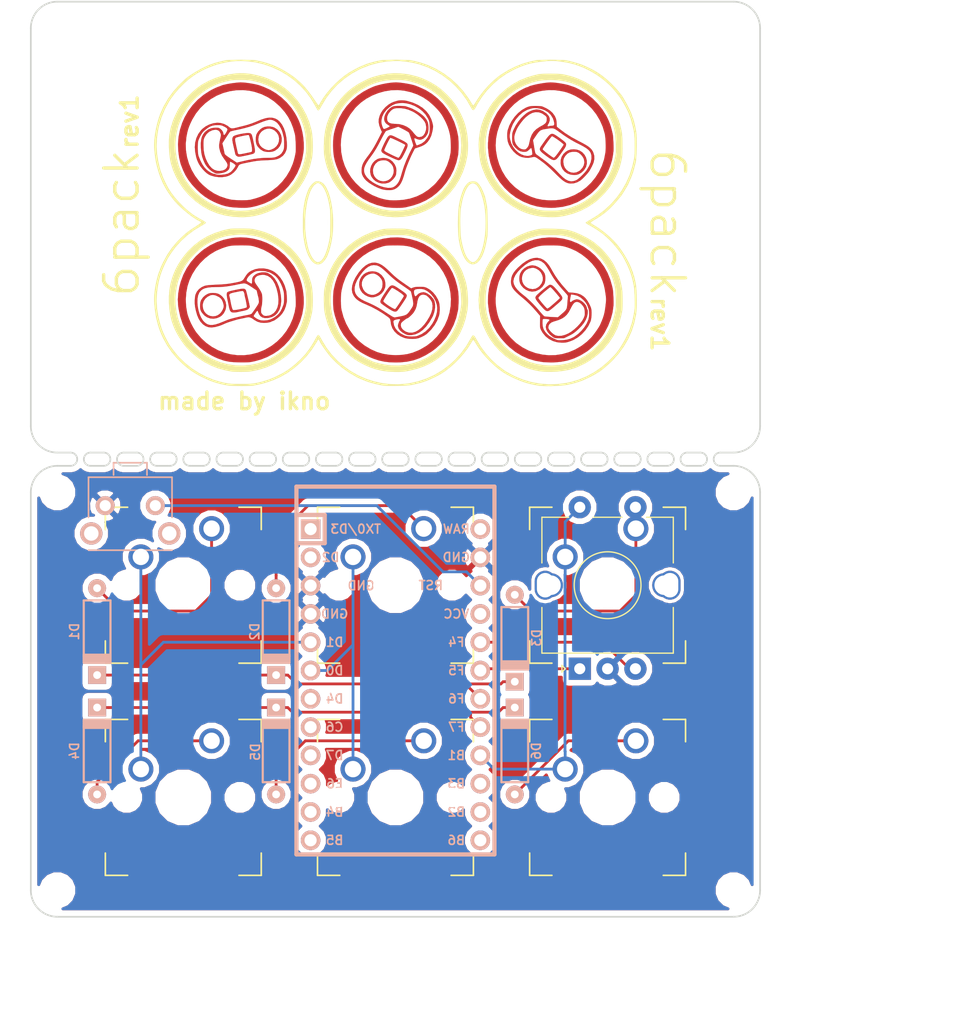
<source format=kicad_pcb>
(kicad_pcb (version 20171130) (host pcbnew "(5.0.1)-3")
  (layers (0 F.Cu signal) (31 B.Cu signal) (34 B.Paste user) (35 F.Paste user) (36 B.SilkS user) (37 F.SilkS user) (38 B.Mask user) (39 F.Mask user) (44 Edge.Cuts user))
  (net 0 "")
  (net 1 row0)
  (net 2 "Net-(D1-Pad2)")
  (net 3 "Net-(D2-Pad2)")
  (net 4 "Net-(D3-Pad2)")
  (net 5 row1)
  (net 6 "Net-(D4-Pad2)")
  (net 7 "Net-(D5-Pad2)")
  (net 8 "Net-(D6-Pad2)")
  (net 9 reset)
  (net 10 GND)
  (net 11 col0)
  (net 12 col1)
  (net 13 col2)
  (net 14 pinB)
  (net 15 pinA)
  (net 16 "Net-(U1-Pad1)")
  (net 17 "Net-(U1-Pad2)")
  (net 18 "Net-(U1-Pad8)")
  (net 19 "Net-(U1-Pad9)")
  (net 20 "Net-(U1-Pad10)")
  (net 21 "Net-(U1-Pad11)")
  (net 22 "Net-(U1-Pad15)")
  (net 23 VCC)
  (net 24 "Net-(U1-Pad12)")
  (net 25 "Net-(U1-Pad24)")
  (net 26 "Net-(U1-Pad7)")
  (net 27 "Net-(U1-Pad14)")
  (net 28 "Net-(U1-Pad13)")
  (module lib:ArduinoProMicro (layer F.Cu) (at 111.918844 77.390698 270)
    (fp_text reference U1 hide)
    (fp_text value kbd_ProMicro hide)
    (fp_text user D2 (at -11.43 5.825016) (layer B.SilkS) (effects (font (size 0.8 0.8)) (justify mirror)))
    (fp_text user D0 (at -1.27 5.461) (layer B.SilkS) (effects (font (size 0.8 0.8)) (justify mirror)))
    (fp_text user D1 (at -3.81 5.461) (layer B.SilkS) (effects (font (size 0.8 0.8)) (justify mirror)))
    (fp_text user GND (at -6.35 5.461) (layer B.SilkS) (effects (font (size 0.8 0.8)) (justify mirror)))
    (fp_text user GND (at -8.89 3.075016) (layer B.SilkS) (effects (font (size 0.8 0.8)) (justify mirror)))
    (fp_text user D4 (at 1.27 5.461) (layer B.SilkS) (effects (font (size 0.8 0.8)) (justify mirror)))
    (fp_text user C6 (at 3.81 5.461) (layer B.SilkS) (effects (font (size 0.8 0.8)) (justify mirror)))
    (fp_text user D7 (at 6.35 5.461) (layer B.SilkS) (effects (font (size 0.8 0.8)) (justify mirror)))
    (fp_text user E6 (at 8.89 5.461) (layer B.SilkS) (effects (font (size 0.8 0.8)) (justify mirror)))
    (fp_text user B4 (at 11.43 5.461) (layer B.SilkS) (effects (font (size 0.8 0.8)) (justify mirror)))
    (fp_text user B5 (at 13.97 5.461) (layer B.SilkS) (effects (font (size 0.8 0.8)) (justify mirror)))
    (fp_text user B6 (at 13.97 -5.461) (layer B.SilkS) (effects (font (size 0.8 0.8)) (justify mirror)))
    (fp_text user B3 (at 8.89 -5.461) (layer B.SilkS) (effects (font (size 0.8 0.8)) (justify mirror)))
    (fp_text user B1 (at 6.35 -5.461) (layer B.SilkS) (effects (font (size 0.8 0.8)) (justify mirror)))
    (fp_text user F4 (at -3.81 -5.461) (layer B.SilkS) (effects (font (size 0.8 0.8)) (justify mirror)))
    (fp_text user VCC (at -6.35 -5.461) (layer B.SilkS) (effects (font (size 0.8 0.8)) (justify mirror)))
    (fp_text user GND (at -11.43 -5.461) (layer B.SilkS) (effects (font (size 0.8 0.8)) (justify mirror)))
    (fp_text user RAW (at -13.97 -5.461) (layer B.SilkS) (effects (font (size 0.8 0.8)) (justify mirror)))
    (fp_text user F5 (at -1.27 -5.461) (layer B.SilkS) (effects (font (size 0.8 0.8)) (justify mirror)))
    (fp_text user F6 (at 1.27 -5.461) (layer B.SilkS) (effects (font (size 0.8 0.8)) (justify mirror)))
    (fp_text user F7 (at 3.81 -5.461) (layer B.SilkS) (effects (font (size 0.8 0.8)) (justify mirror)))
    (fp_text user B2 (at 11.43 -5.461) (layer B.SilkS) (effects (font (size 0.8 0.8)) (justify mirror)))
    (fp_text user TX0/D3 (at -13.97 3.571872) (layer B.SilkS) (effects (font (size 0.8 0.8)) (justify mirror)))
    (fp_text user RST (at -8.91 -3.174984) (layer B.SilkS) (effects (font (size 0.8 0.8)) (justify mirror)))
    (pad 1 thru_hole rect (at -13.97 7.62 270) (size 1.7526 1.7526) (drill 1.0922) (layers *.Cu *.Mask B.SilkS) (net 16 "Net-(U1-Pad1)"))
    (pad 2 thru_hole circle (at -11.43 7.62 270) (size 1.7526 1.7526) (drill 1.0922) (layers *.Cu *.Mask B.SilkS) (net 17 "Net-(U1-Pad2)"))
    (pad 3 thru_hole circle (at -8.89 7.62 270) (size 1.7526 1.7526) (drill 1.0922) (layers *.Cu *.Mask B.SilkS) (net 10 GND))
    (pad 4 thru_hole circle (at -6.35 7.62 270) (size 1.7526 1.7526) (drill 1.0922) (layers *.Cu *.Mask B.SilkS) (net 10 GND))
    (pad 5 thru_hole circle (at -3.81 7.62 270) (size 1.7526 1.7526) (drill 1.0922) (layers *.Cu *.Mask B.SilkS) (net 11 col0))
    (pad 6 thru_hole circle (at -1.27 7.62 270) (size 1.7526 1.7526) (drill 1.0922) (layers *.Cu *.Mask B.SilkS) (net 12 col1))
    (pad 7 thru_hole circle (at 1.27 7.62 270) (size 1.7526 1.7526) (drill 1.0922) (layers *.Cu *.Mask B.SilkS) (net 26 "Net-(U1-Pad7)"))
    (pad 8 thru_hole circle (at 3.81 7.62 270) (size 1.7526 1.7526) (drill 1.0922) (layers *.Cu *.Mask B.SilkS) (net 18 "Net-(U1-Pad8)"))
    (pad 9 thru_hole circle (at 6.35 7.62 270) (size 1.7526 1.7526) (drill 1.0922) (layers *.Cu *.Mask B.SilkS) (net 19 "Net-(U1-Pad9)"))
    (pad 10 thru_hole circle (at 8.89 7.62 270) (size 1.7526 1.7526) (drill 1.0922) (layers *.Cu *.Mask B.SilkS) (net 20 "Net-(U1-Pad10)"))
    (pad 11 thru_hole circle (at 11.43 7.62 270) (size 1.7526 1.7526) (drill 1.0922) (layers *.Cu *.Mask B.SilkS) (net 21 "Net-(U1-Pad11)"))
    (pad 13 thru_hole circle (at 13.97 -7.62 270) (size 1.7526 1.7526) (drill 1.0922) (layers *.Cu *.Mask B.SilkS) (net 28 "Net-(U1-Pad13)"))
    (pad 14 thru_hole circle (at 11.43 -7.62 270) (size 1.7526 1.7526) (drill 1.0922) (layers *.Cu *.Mask B.SilkS) (net 27 "Net-(U1-Pad14)"))
    (pad 15 thru_hole circle (at 8.89 -7.62 270) (size 1.7526 1.7526) (drill 1.0922) (layers *.Cu *.Mask B.SilkS) (net 22 "Net-(U1-Pad15)"))
    (pad 16 thru_hole circle (at 6.35 -7.62 270) (size 1.7526 1.7526) (drill 1.0922) (layers *.Cu *.Mask B.SilkS) (net 13 col2))
    (pad 17 thru_hole circle (at 3.81 -7.62 270) (size 1.7526 1.7526) (drill 1.0922) (layers *.Cu *.Mask B.SilkS) (net 5 row1))
    (pad 18 thru_hole circle (at 1.27 -7.62 270) (size 1.7526 1.7526) (drill 1.0922) (layers *.Cu *.Mask B.SilkS) (net 1 row0))
    (pad 19 thru_hole circle (at -1.27 -7.62 270) (size 1.7526 1.7526) (drill 1.0922) (layers *.Cu *.Mask B.SilkS) (net 15 pinA))
    (pad 20 thru_hole circle (at -3.81 -7.62 270) (size 1.7526 1.7526) (drill 1.0922) (layers *.Cu *.Mask B.SilkS) (net 14 pinB))
    (pad 21 thru_hole circle (at -6.35 -7.62 270) (size 1.7526 1.7526) (drill 1.0922) (layers *.Cu *.Mask B.SilkS) (net 23 VCC))
    (pad 22 thru_hole circle (at -8.89 -7.62 270) (size 1.7526 1.7526) (drill 1.0922) (layers *.Cu *.Mask B.SilkS) (net 9 reset))
    (pad 23 thru_hole circle (at -11.43 -7.62 270) (size 1.7526 1.7526) (drill 1.0922) (layers *.Cu *.Mask B.SilkS) (net 10 GND))
    (pad 12 thru_hole circle (at 13.97 7.62 270) (size 1.7526 1.7526) (drill 1.0922) (layers *.Cu *.Mask B.SilkS) (net 24 "Net-(U1-Pad12)"))
    (pad 24 thru_hole circle (at -13.97 -7.62 270) (size 1.7526 1.7526) (drill 1.0922) (layers *.Cu *.Mask B.SilkS) (net 25 "Net-(U1-Pad24)"))
  )
  (module lib:1U-RotaryEncoder (layer F.Cu) (at 130.968868 68.461003)
    (fp_text reference SW3-2)
    (fp_text value Rotary_Encoder_Switch)
    (pad "" np_thru_hole circle (at 5.08 0 48.1) (size 2.15 2.15) (drill 1.75) (layers *.Cu *.Mask))
    (pad "" np_thru_hole circle (at -5.08 0 48.1) (size 2.15 2.15) (drill 1.75) (layers *.Cu *.Mask))
    (pad S2 thru_hole circle (at -3.81 -2.54) (size 2.25 2.25) (drill 1.47) (layers *.Cu *.Mask) (net 13 col2))
    (pad "" np_thru_hole circle (at 0 0) (size 3.9878 3.9878) (drill 3.9878) (layers *.Cu *.Mask))
    (pad S1 thru_hole circle (at 2.54 -5.08) (size 2.25 2.25) (drill 1.47) (layers *.Cu *.Mask) (net 4 "Net-(D3-Pad2)"))
    (pad S1 thru_hole circle (at 2.5 -7 90) (size 2 2) (drill 1) (layers *.Cu *.Mask) (net 4 "Net-(D3-Pad2)"))
    (pad S2 thru_hole circle (at -2.5 -7 90) (size 2 2) (drill 1) (layers *.Cu *.Mask) (net 13 col2))
    (pad "" np_thru_hole oval (at 5.6 0 90) (size 2.6 1.9) (drill oval 2.2 1.5) (layers *.Cu *.Mask))
    (pad "" np_thru_hole oval (at -5.6 0 90) (size 2.6 1.9) (drill oval 2.2 1.5) (layers *.Cu *.Mask))
    (pad B thru_hole circle (at 2.5 7.5 90) (size 2 2) (drill 1) (layers *.Cu *.Mask) (net 14 pinB))
    (pad C thru_hole circle (at 0 7.5 90) (size 2 2) (drill 1) (layers *.Cu *.Mask) (net 10 GND))
    (pad A thru_hole rect (at -2.5 7.5 90) (size 2 2) (drill 1) (layers *.Cu *.Mask) (net 15 pinA))
  )
  (module lib:6pack-copper (layer F.Cu) (at 111.920404 35.935995 90)
    (fp_text reference G*** hide)
    (fp_text value 6pack hide)
    (fp_poly (pts (xy -6.479782 8.32085) (xy -5.820951 8.410675) (xy -5.183776 8.576937) (xy -4.574192 8.815805) (xy -3.998132 9.123447) (xy -3.461534 9.496034) (xy -2.97033 9.929733) (xy -2.530457 10.420714) (xy -2.14785 10.965146) (xy -1.828442 11.559197) (xy -1.714477 11.822791) (xy -1.498956 12.467671) (xy -1.36359 13.125351) (xy -1.306954 13.788604) (xy -1.327622 14.4502) (xy -1.424169 15.102912) (xy -1.595169 15.739511) (xy -1.839196 16.352771) (xy -2.154824 16.935461) (xy -2.540629 17.480355) (xy -2.912893 17.898505) (xy -3.40919 18.353859) (xy -3.927842 18.732659) (xy -4.478805 19.040193) (xy -5.072032 19.281747) (xy -5.717479 19.462611) (xy -5.947834 19.510688) (xy -6.091847 19.530379) (xy -6.297348 19.548178) (xy -6.541161 19.563089) (xy -6.800113 19.574114) (xy -7.051029 19.580257) (xy -7.270734 19.58052) (xy -7.4295 19.574413) (xy -8.03763 19.488928) (xy -8.650642 19.325003) (xy -9.256068 19.087066) (xy -9.84144 18.779547) (xy -10.0694 18.636588) (xy -10.310226 18.459535) (xy -10.578505 18.231697) (xy -10.854712 17.972286) (xy -11.119322 17.700516) (xy -11.352811 17.4356) (xy -11.535657 17.196751) (xy -11.542102 17.187333) (xy -11.887522 16.622646) (xy -12.154785 16.054048) (xy -12.347678 15.469125) (xy -12.469993 14.855465) (xy -12.525517 14.200653) (xy -12.529887 13.951381) (xy -12.5201 13.761028) (xy -11.882564 13.761028) (xy -11.870886 14.370423) (xy -11.77864 14.976124) (xy -11.609735 15.568727) (xy -11.368075 16.138827) (xy -11.057569 16.677021) (xy -10.682122 17.173903) (xy -10.300022 17.570528) (xy -10.142201 17.705896) (xy -9.945103 17.859263) (xy -9.72879 18.016562) (xy -9.513323 18.163724) (xy -9.318762 18.286683) (xy -9.165168 18.371369) (xy -9.144 18.381203) (xy -8.806754 18.526482) (xy -8.51863 18.636954) (xy -8.255129 18.719621) (xy -7.991751 18.781486) (xy -7.703995 18.82955) (xy -7.471834 18.859094) (xy -7.231995 18.886523) (xy -7.053423 18.904389) (xy -6.913266 18.912742) (xy -6.78867 18.911635) (xy -6.656783 18.90112) (xy -6.494754 18.881248) (xy -6.35 18.861639) (xy -5.924179 18.792644) (xy -5.553046 18.705895) (xy -5.207057 18.592203) (xy -4.856669 18.442373) (xy -4.611681 18.320795) (xy -4.113448 18.01822) (xy -3.645792 17.646891) (xy -3.219412 17.218867) (xy -2.845007 16.746207) (xy -2.533277 16.240969) (xy -2.294919 15.715212) (xy -2.291379 15.705666) (xy -2.196887 15.439475) (xy -2.126418 15.209489) (xy -2.076515 14.994366) (xy -2.043721 14.772763) (xy -2.024577 14.523337) (xy -2.015626 14.224747) (xy -2.013626 13.991166) (xy -2.014782 13.651887) (xy -2.022628 13.377677) (xy -2.039787 13.149034) (xy -2.068885 12.946457) (xy -2.112546 12.750447) (xy -2.173396 12.541501) (xy -2.232998 12.361333) (xy -2.470367 11.790685) (xy -2.778219 11.252948) (xy -3.148898 10.756718) (xy -3.574749 10.31059) (xy -4.048116 9.92316) (xy -4.561343 9.603022) (xy -4.791702 9.488504) (xy -4.993837 9.396077) (xy -5.138761 9.331984) (xy -5.245834 9.288428) (xy -5.334414 9.25761) (xy -5.423862 9.231734) (xy -5.439834 9.227455) (xy -5.554133 9.196887) (xy -5.707163 9.155762) (xy -5.799667 9.130829) (xy -6.250772 9.038777) (xy -6.732249 8.992754) (xy -7.204575 8.995675) (xy -7.39775 9.013029) (xy -7.718043 9.059523) (xy -8.031886 9.120099) (xy -8.314859 9.189318) (xy -8.542543 9.261742) (xy -8.579359 9.276159) (xy -8.704251 9.327492) (xy -8.841762 9.384435) (xy -8.847667 9.386892) (xy -9.359392 9.640497) (xy -9.854542 9.964092) (xy -10.313841 10.343042) (xy -10.71801 10.762713) (xy -10.814043 10.879666) (xy -11.184384 11.413284) (xy -11.47698 11.980385) (xy -11.691719 12.58067) (xy -11.828489 13.213837) (xy -11.882564 13.761028) (xy -12.5201 13.761028) (xy -12.493582 13.245317) (xy -12.382252 12.577958) (xy -12.194963 11.947036) (xy -11.930782 11.350281) (xy -11.588775 10.785423) (xy -11.168008 10.250192) (xy -10.882495 9.947444) (xy -10.363819 9.482857) (xy -9.819568 9.098036) (xy -9.245579 8.791153) (xy -8.637687 8.56038) (xy -7.991728 8.403891) (xy -7.303539 8.319856) (xy -7.154334 8.311294) (xy -6.479782 8.32085)) (layer F.Cu) (width 0.01))
    (fp_poly (pts (xy 7.1755 8.313143) (xy 7.724343 8.355451) (xy 8.221653 8.437797) (xy 8.693492 8.566347) (xy 9.165922 8.747264) (xy 9.336804 8.824364) (xy 9.939397 9.152083) (xy 10.495446 9.548301) (xy 10.999231 10.007347) (xy 11.445032 10.523544) (xy 11.827132 11.091221) (xy 12.056698 11.522582) (xy 12.122929 11.669357) (xy 12.171153 11.791867) (xy 12.191817 11.865633) (xy 12.192 11.869334) (xy 12.213649 11.940481) (xy 12.229278 11.956042) (xy 12.267873 12.011721) (xy 12.289833 12.074957) (xy 12.316733 12.17841) (xy 12.353589 12.312064) (xy 12.36158 12.340166) (xy 12.418534 12.567199) (xy 12.474726 12.840353) (xy 12.526223 13.134855) (xy 12.569092 13.425934) (xy 12.599399 13.688818) (xy 12.613213 13.898736) (xy 12.613639 13.927666) (xy 12.603116 14.167077) (xy 12.572419 14.462005) (xy 12.525447 14.786794) (xy 12.466098 15.115788) (xy 12.398272 15.423333) (xy 12.369171 15.536333) (xy 12.168692 16.120028) (xy 11.891831 16.685653) (xy 11.54641 17.223983) (xy 11.140252 17.725793) (xy 10.681178 18.181858) (xy 10.177011 18.582953) (xy 9.635572 18.919853) (xy 9.398 19.040433) (xy 9.144125 19.156007) (xy 8.910417 19.250005) (xy 8.673078 19.330191) (xy 8.408311 19.404329) (xy 8.092318 19.480183) (xy 7.958666 19.510015) (xy 7.837351 19.527944) (xy 7.652828 19.544788) (xy 7.426555 19.559613) (xy 7.17999 19.571487) (xy 6.934593 19.579476) (xy 6.711822 19.582648) (xy 6.533134 19.580069) (xy 6.455833 19.575357) (xy 6.288683 19.556017) (xy 6.092667 19.527923) (xy 5.894824 19.495549) (xy 5.722196 19.463367) (xy 5.601822 19.435851) (xy 5.588 19.431804) (xy 5.496698 19.403335) (xy 5.35347 19.358588) (xy 5.187189 19.306584) (xy 5.164666 19.299536) (xy 4.631297 19.093097) (xy 4.103726 18.813454) (xy 3.597506 18.471506) (xy 3.128191 18.078153) (xy 2.711332 17.644292) (xy 2.587561 17.493616) (xy 2.18188 16.915827) (xy 1.857619 16.315294) (xy 1.6142 15.690374) (xy 1.451048 15.039426) (xy 1.367586 14.360805) (xy 1.355446 13.980602) (xy 1.355941 13.97) (xy 2.023432 13.97) (xy 2.035059 14.384528) (xy 2.073743 14.751303) (xy 2.14488 15.104419) (xy 2.253867 15.477971) (xy 2.269648 15.525499) (xy 2.504583 16.0972) (xy 2.809561 16.631537) (xy 3.177512 17.122887) (xy 3.601363 17.565629) (xy 4.074044 17.954138) (xy 4.588484 18.282794) (xy 5.13761 18.545973) (xy 5.714352 18.738053) (xy 6.311639 18.853412) (xy 6.477 18.870804) (xy 6.717685 18.882731) (xy 7.000031 18.882916) (xy 7.298312 18.872626) (xy 7.586801 18.853126) (xy 7.83977 18.825679) (xy 8.01634 18.795109) (xy 8.629363 18.613568) (xy 9.210212 18.357378) (xy 9.752315 18.032126) (xy 10.249101 17.6434) (xy 10.693998 17.196786) (xy 11.080436 16.697872) (xy 11.401843 16.152246) (xy 11.575192 15.769166) (xy 11.650442 15.578026) (xy 11.705981 15.423501) (xy 11.749258 15.279186) (xy 11.787724 15.118673) (xy 11.828825 14.915556) (xy 11.855134 14.776751) (xy 11.92333 14.25883) (xy 11.928432 13.749256) (xy 11.870478 13.217723) (xy 11.857194 13.139036) (xy 11.799446 12.835952) (xy 11.738127 12.580349) (xy 11.664346 12.345905) (xy 11.569213 12.106293) (xy 11.443837 11.835191) (xy 11.358621 11.662833) (xy 11.055208 11.149805) (xy 10.685754 10.679901) (xy 10.258829 10.257813) (xy 9.783003 9.888229) (xy 9.266847 9.57584) (xy 8.718932 9.325337) (xy 8.147829 9.141408) (xy 7.562106 9.028744) (xy 6.970336 8.992035) (xy 6.524558 9.017516) (xy 5.867571 9.129788) (xy 5.245505 9.315441) (xy 4.663063 9.571325) (xy 4.12495 9.894287) (xy 3.63587 10.281176) (xy 3.200528 10.728841) (xy 2.823627 11.234131) (xy 2.574585 11.663618) (xy 2.341152 12.174655) (xy 2.175722 12.677156) (xy 2.072831 13.193988) (xy 2.027014 13.748023) (xy 2.023432 13.97) (xy 1.355941 13.97) (xy 1.386035 13.325818) (xy 1.482503 12.710723) (xy 1.64906 12.116995) (xy 1.889917 11.526308) (xy 1.946434 11.408833) (xy 2.283408 10.81778) (xy 2.682719 10.280378) (xy 3.138512 9.800092) (xy 3.644932 9.380387) (xy 4.196126 9.024731) (xy 4.786239 8.736589) (xy 5.409417 8.519426) (xy 6.059805 8.376708) (xy 6.731549 8.311902) (xy 7.1755 8.313143)) (layer F.Cu) (width 0.01))
    (fp_poly (pts (xy -6.62192 -5.593286) (xy -6.361551 -5.582906) (xy -6.147168 -5.566005) (xy -6.0325 -5.549596) (xy -5.423702 -5.409096) (xy -4.876071 -5.231299) (xy -4.371186 -5.007785) (xy -3.890623 -4.730132) (xy -3.41596 -4.389919) (xy -3.309053 -4.30467) (xy -2.857069 -3.885066) (xy -2.453984 -3.404099) (xy -2.104086 -2.872365) (xy -1.811664 -2.30046) (xy -1.581006 -1.698981) (xy -1.4164 -1.078525) (xy -1.322135 -0.449687) (xy -1.302499 0.176934) (xy -1.332083 0.580568) (xy -1.448341 1.279532) (xy -1.628614 1.926049) (xy -1.87585 2.526318) (xy -2.193 3.086539) (xy -2.583012 3.612913) (xy -2.979691 4.043988) (xy -3.456457 4.47452) (xy -3.94956 4.832372) (xy -4.470663 5.12338) (xy -5.031432 5.353379) (xy -5.643531 5.528205) (xy -6.143215 5.626612) (xy -6.345246 5.64892) (xy -6.606307 5.662013) (xy -6.901291 5.666123) (xy -7.205092 5.661484) (xy -7.4926 5.64833) (xy -7.738709 5.626894) (xy -7.852834 5.610716) (xy -8.521698 5.453366) (xy -9.159589 5.220108) (xy -9.760456 4.914824) (xy -10.318247 4.541394) (xy -10.826911 4.103701) (xy -11.280396 3.605626) (xy -11.551408 3.2385) (xy -11.885693 2.694288) (xy -12.144858 2.156137) (xy -12.333638 1.608459) (xy -12.45677 1.035668) (xy -12.518989 0.422179) (xy -12.529054 0.021166) (xy -11.873948 0.021166) (xy -11.851028 0.573054) (xy -11.777447 1.07713) (xy -11.647606 1.557258) (xy -11.455906 2.037305) (xy -11.349445 2.256757) (xy -11.024558 2.80582) (xy -10.63939 3.301622) (xy -10.200657 3.740654) (xy -9.715076 4.11941) (xy -9.189362 4.434383) (xy -8.63023 4.682063) (xy -8.044398 4.858945) (xy -7.438581 4.961521) (xy -6.819495 4.986282) (xy -6.222825 4.934181) (xy -5.595132 4.798183) (xy -4.99685 4.586322) (xy -4.434392 4.303234) (xy -3.914175 3.953559) (xy -3.442615 3.541935) (xy -3.026128 3.073) (xy -2.671129 2.551394) (xy -2.506043 2.247021) (xy -2.345234 1.906699) (xy -2.222038 1.600833) (xy -2.132006 1.308929) (xy -2.070693 1.010497) (xy -2.033653 0.685043) (xy -2.016439 0.312077) (xy -2.0139 -0.021167) (xy -2.016278 -0.319397) (xy -2.021807 -0.550162) (xy -2.031936 -0.730643) (xy -2.048118 -0.878026) (xy -2.071803 -1.009494) (xy -2.104444 -1.142229) (xy -2.110438 -1.164167) (xy -2.327753 -1.80237) (xy -2.612116 -2.391691) (xy -2.959888 -2.928749) (xy -3.367431 -3.410167) (xy -3.831104 -3.832562) (xy -4.347271 -4.192557) (xy -4.91229 -4.486769) (xy -5.522525 -4.711821) (xy -6.074834 -4.84636) (xy -6.338709 -4.882398) (xy -6.652514 -4.903322) (xy -6.988573 -4.909157) (xy -7.319211 -4.899928) (xy -7.616753 -4.87566) (xy -7.815564 -4.844777) (xy -8.451993 -4.673338) (xy -9.052168 -4.431293) (xy -9.609804 -4.122744) (xy -10.11862 -3.751792) (xy -10.572331 -3.322539) (xy -10.964655 -2.839086) (xy -11.026975 -2.748555) (xy -11.350147 -2.206365) (xy -11.592639 -1.659015) (xy -11.758153 -1.0944) (xy -11.850391 -0.500415) (xy -11.873948 0.021166) (xy -12.529054 0.021166) (xy -12.510089 -0.529304) (xy -12.449942 -1.028606) (xy -12.343593 -1.502128) (xy -12.186019 -1.97526) (xy -12.085351 -2.222178) (xy -12.009411 -2.386646) (xy -11.914222 -2.575203) (xy -11.809129 -2.771317) (xy -11.703479 -2.958456) (xy -11.606618 -3.120088) (xy -11.527895 -3.239681) (xy -11.476654 -3.300701) (xy -11.474861 -3.302) (xy -11.429359 -3.353905) (xy -11.405216 -3.392107) (xy -11.328301 -3.501242) (xy -11.202089 -3.649798) (xy -11.041544 -3.82207) (xy -10.861631 -4.002352) (xy -10.677313 -4.174939) (xy -10.568635 -4.270132) (xy -10.05215 -4.662915) (xy -9.505806 -4.987122) (xy -8.919143 -5.247677) (xy -8.281695 -5.449502) (xy -7.852834 -5.548012) (xy -7.688559 -5.56996) (xy -7.461595 -5.58548) (xy -7.193677 -5.594554) (xy -6.906541 -5.597162) (xy -6.62192 -5.593286)) (layer F.Cu) (width 0.01))
    (fp_poly (pts (xy 7.343176 -5.593527) (xy 7.674065 -5.570031) (xy 7.983953 -5.525021) (xy 8.300294 -5.453926) (xy 8.650541 -5.352172) (xy 8.858258 -5.2846) (xy 9.439286 -5.046951) (xy 9.994066 -4.734272) (xy 10.513965 -4.354349) (xy 10.99035 -3.914965) (xy 11.414586 -3.423907) (xy 11.778041 -2.888958) (xy 12.019457 -2.434167) (xy 12.115243 -2.228957) (xy 12.183346 -2.079568) (xy 12.232004 -1.965151) (xy 12.269457 -1.864859) (xy 12.303945 -1.757844) (xy 12.343707 -1.62326) (xy 12.354092 -1.5875) (xy 12.441137 -1.247899) (xy 12.51518 -0.882003) (xy 12.571757 -0.517663) (xy 12.606403 -0.182727) (xy 12.615333 0.042333) (xy 12.605863 0.250769) (xy 12.579874 0.508035) (xy 12.540992 0.792605) (xy 12.492847 1.082953) (xy 12.439066 1.357554) (xy 12.383279 1.594882) (xy 12.329114 1.773412) (xy 12.319201 1.799166) (xy 12.286191 1.882826) (xy 12.235187 2.014327) (xy 12.187723 2.137833) (xy 11.918753 2.724568) (xy 11.577652 3.276343) (xy 11.172059 3.786449) (xy 10.709614 4.248179) (xy 10.197956 4.654824) (xy 9.644727 4.999677) (xy 9.057565 5.27603) (xy 8.44411 5.477175) (xy 8.360833 5.497929) (xy 8.158186 5.544581) (xy 7.947036 5.590055) (xy 7.771725 5.624815) (xy 7.765618 5.625933) (xy 7.602053 5.645459) (xy 7.376932 5.658468) (xy 7.113112 5.665006) (xy 6.833449 5.66512) (xy 6.560799 5.658858) (xy 6.318018 5.646267) (xy 6.127963 5.627394) (xy 6.096 5.622488) (xy 5.421528 5.467672) (xy 4.775365 5.235804) (xy 4.16464 4.930431) (xy 3.596483 4.555096) (xy 3.096923 4.131486) (xy 2.681547 3.695605) (xy 2.327653 3.236717) (xy 2.029553 2.743974) (xy 1.781559 2.206525) (xy 1.577986 1.613521) (xy 1.413146 0.954114) (xy 1.401088 0.896353) (xy 1.372984 0.691736) (xy 1.356939 0.425987) (xy 1.352506 0.121713) (xy 1.354767 0.014115) (xy 2.022878 0.014115) (xy 2.063005 0.677322) (xy 2.180883 1.307243) (xy 2.376215 1.903185) (xy 2.648705 2.464459) (xy 2.998057 2.990375) (xy 3.423973 3.480242) (xy 3.574607 3.627595) (xy 4.059695 4.027815) (xy 4.597627 4.367965) (xy 5.176088 4.642045) (xy 5.782768 4.844051) (xy 6.290087 4.951302) (xy 6.489679 4.970442) (xy 6.747801 4.977621) (xy 7.039309 4.973796) (xy 7.339058 4.959925) (xy 7.621904 4.936965) (xy 7.862702 4.905874) (xy 7.958666 4.887756) (xy 8.304524 4.801642) (xy 8.622019 4.697466) (xy 8.94647 4.562553) (xy 9.193249 4.444723) (xy 9.482199 4.292652) (xy 9.732096 4.139506) (xy 9.964223 3.969398) (xy 10.199863 3.766443) (xy 10.460297 3.514755) (xy 10.519833 3.454525) (xy 10.933546 2.98365) (xy 11.271547 2.487248) (xy 11.538631 1.955872) (xy 11.739592 1.380072) (xy 11.872779 0.788204) (xy 11.930898 0.213956) (xy 11.91224 -0.37294) (xy 11.820875 -0.961095) (xy 11.660872 -1.539126) (xy 11.4363 -2.095644) (xy 11.151226 -2.619264) (xy 10.809721 -3.098599) (xy 10.415853 -3.522263) (xy 10.293031 -3.632559) (xy 9.755583 -4.047914) (xy 9.203262 -4.380642) (xy 8.632895 -4.631971) (xy 8.041311 -4.803129) (xy 7.425336 -4.895343) (xy 6.982833 -4.913585) (xy 6.340933 -4.872462) (xy 5.721656 -4.752679) (xy 5.130543 -4.558501) (xy 4.573137 -4.294193) (xy 4.054978 -3.964019) (xy 3.581608 -3.572246) (xy 3.15857 -3.123139) (xy 2.791404 -2.620963) (xy 2.485652 -2.069983) (xy 2.246857 -1.474464) (xy 2.166342 -1.2065) (xy 2.104449 -0.9589) (xy 2.0625 -0.734975) (xy 2.037174 -0.506457) (xy 2.025146 -0.245074) (xy 2.022878 0.014115) (xy 1.354767 0.014115) (xy 1.359237 -0.198479) (xy 1.376686 -0.511984) (xy 1.404405 -0.796194) (xy 1.438875 -1.013756) (xy 1.617768 -1.694867) (xy 1.867029 -2.33674) (xy 2.182991 -2.934742) (xy 2.561988 -3.484246) (xy 3.000351 -3.980621) (xy 3.494413 -4.419237) (xy 4.040506 -4.795465) (xy 4.634963 -5.104675) (xy 4.703016 -5.134341) (xy 5.159269 -5.314651) (xy 5.579471 -5.44556) (xy 5.991765 -5.532866) (xy 6.424299 -5.582366) (xy 6.905218 -5.59986) (xy 6.963833 -5.600081) (xy 7.343176 -5.593527)) (layer F.Cu) (width 0.01))
    (fp_poly (pts (xy -6.312446 -19.50132) (xy -5.734071 -19.39935) (xy -5.282102 -19.280358) (xy -4.659662 -19.049425) (xy -4.066257 -18.742136) (xy -3.509717 -18.364101) (xy -2.99787 -17.920933) (xy -2.538546 -17.418243) (xy -2.35933 -17.185451) (xy -2.011252 -16.641926) (xy -1.731778 -16.057515) (xy -1.519072 -15.42738) (xy -1.371296 -14.746681) (xy -1.332322 -14.478) (xy -1.297847 -13.910716) (xy -1.330698 -13.316647) (xy -1.426864 -12.71461) (xy -1.582333 -12.123424) (xy -1.793095 -11.561905) (xy -2.055139 -11.048871) (xy -2.067707 -11.027834) (xy -2.444149 -10.477384) (xy -2.883176 -9.968459) (xy -3.373704 -9.511443) (xy -3.904646 -9.116715) (xy -4.437741 -8.808193) (xy -4.931632 -8.597781) (xy -5.477375 -8.431246) (xy -6.052099 -8.312648) (xy -6.632937 -8.24605) (xy -7.197017 -8.235514) (xy -7.529528 -8.259051) (xy -8.182001 -8.371979) (xy -8.816495 -8.562457) (xy -9.424907 -8.825286) (xy -9.999132 -9.155269) (xy -10.531068 -9.547207) (xy -11.01261 -9.995902) (xy -11.435656 -10.496154) (xy -11.747083 -10.964616) (xy -12.038644 -11.519075) (xy -12.26091 -12.079643) (xy -12.423137 -12.671911) (xy -12.489632 -13.0175) (xy -12.506798 -13.180307) (xy -12.517066 -13.406787) (xy -12.519618 -13.58924) (xy -11.880676 -13.58924) (xy -11.806225 -12.983044) (xy -11.653365 -12.383307) (xy -11.420461 -11.796694) (xy -11.365376 -11.684) (xy -11.041295 -11.132379) (xy -10.653865 -10.630937) (xy -10.209917 -10.184483) (xy -9.716279 -9.797826) (xy -9.179779 -9.475774) (xy -8.607247 -9.223139) (xy -8.005511 -9.044727) (xy -7.493 -8.956947) (xy -7.335902 -8.947731) (xy -7.119195 -8.947007) (xy -6.866076 -8.95361) (xy -6.599743 -8.966376) (xy -6.343391 -8.984141) (xy -6.120216 -9.00574) (xy -5.953415 -9.030009) (xy -5.926667 -9.035573) (xy -5.692478 -9.0898) (xy -5.514537 -9.135174) (xy -5.366118 -9.179678) (xy -5.220493 -9.231296) (xy -5.058834 -9.294826) (xy -4.498325 -9.565897) (xy -3.976778 -9.911492) (xy -3.492645 -10.332663) (xy -3.404846 -10.42123) (xy -3.009045 -10.870161) (xy -2.684458 -11.331426) (xy -2.421197 -11.822642) (xy -2.209373 -12.361426) (xy -2.089553 -12.764388) (xy -2.060504 -12.89028) (xy -2.039394 -13.026436) (xy -2.025137 -13.188626) (xy -2.016648 -13.392619) (xy -2.012842 -13.654185) (xy -2.012389 -13.885334) (xy -2.014401 -14.206817) (xy -2.021545 -14.463889) (xy -2.036924 -14.676781) (xy -2.06364 -14.865724) (xy -2.104794 -15.050951) (xy -2.163488 -15.252691) (xy -2.242825 -15.491177) (xy -2.271147 -15.573005) (xy -2.502819 -16.113566) (xy -2.808232 -16.626386) (xy -3.178845 -17.103676) (xy -3.606118 -17.537648) (xy -4.081509 -17.920514) (xy -4.596478 -18.244485) (xy -5.142484 -18.501771) (xy -5.672667 -18.6749) (xy -6.261441 -18.787858) (xy -6.868023 -18.831344) (xy -7.472848 -18.805556) (xy -8.056349 -18.710693) (xy -8.297334 -18.648275) (xy -8.639464 -18.528659) (xy -9.010202 -18.365001) (xy -9.378169 -18.173008) (xy -9.711985 -17.968386) (xy -9.84951 -17.87131) (xy -10.343542 -17.453446) (xy -10.772231 -16.988708) (xy -11.133942 -16.483761) (xy -11.427043 -15.945273) (xy -11.6499 -15.379911) (xy -11.80088 -14.79434) (xy -11.87835 -14.195228) (xy -11.880676 -13.58924) (xy -12.519618 -13.58924) (xy -12.520836 -13.676265) (xy -12.518502 -13.968061) (xy -12.510463 -14.261499) (xy -12.497115 -14.535901) (xy -12.478855 -14.770589) (xy -12.456081 -14.944886) (xy -12.452241 -14.964834) (xy -12.409958 -15.169556) (xy -12.379899 -15.30893) (xy -12.357772 -15.400651) (xy -12.339287 -15.462411) (xy -12.320151 -15.511903) (xy -12.318761 -15.515167) (xy -12.283289 -15.610504) (xy -12.241244 -15.739439) (xy -12.232253 -15.769167) (xy -12.162426 -15.961612) (xy -12.0571 -16.199558) (xy -11.928504 -16.458577) (xy -11.788866 -16.714239) (xy -11.650414 -16.942114) (xy -11.628319 -16.975667) (xy -11.202913 -17.544854) (xy -10.734203 -18.041993) (xy -10.220865 -18.467875) (xy -9.661574 -18.823292) (xy -9.055007 -19.109037) (xy -8.399839 -19.3259) (xy -7.694744 -19.474675) (xy -7.376584 -19.517831) (xy -6.8646 -19.541341) (xy -6.312446 -19.50132)) (layer F.Cu) (width 0.01))
    (fp_poly (pts (xy 7.701054 -19.479549) (xy 8.34918 -19.352144) (xy 8.98773 -19.147281) (xy 9.481641 -18.930629) (xy 10.052508 -18.60227) (xy 10.584011 -18.20321) (xy 11.068128 -17.741401) (xy 11.496834 -17.224796) (xy 11.862106 -16.661346) (xy 11.966749 -16.467667) (xy 12.060719 -16.277799) (xy 12.14553 -16.09343) (xy 12.209308 -15.941011) (xy 12.232819 -15.875) (xy 12.274058 -15.752354) (xy 12.309884 -15.662859) (xy 12.320944 -15.642167) (xy 12.350632 -15.572769) (xy 12.378713 -15.472834) (xy 12.408342 -15.344746) (xy 12.443387 -15.196828) (xy 12.448275 -15.1765) (xy 12.482117 -15.010954) (xy 12.517965 -14.794577) (xy 12.552461 -14.553017) (xy 12.582244 -14.311919) (xy 12.603955 -14.096931) (xy 12.614235 -13.933699) (xy 12.61463 -13.9065) (xy 12.604614 -13.675155) (xy 12.577067 -13.397525) (xy 12.535739 -13.096113) (xy 12.484381 -12.793423) (xy 12.426742 -12.511957) (xy 12.366575 -12.274219) (xy 12.318301 -12.1285) (xy 12.286027 -12.044692) (xy 12.236085 -11.912959) (xy 12.189794 -11.789834) (xy 11.943524 -11.244034) (xy 11.623611 -10.714304) (xy 11.241024 -10.213679) (xy 10.806732 -9.755195) (xy 10.331703 -9.351887) (xy 9.884833 -9.050671) (xy 9.56895 -8.870466) (xy 9.286353 -8.728842) (xy 9.004344 -8.611331) (xy 8.690221 -8.503468) (xy 8.551333 -8.460707) (xy 8.122235 -8.354686) (xy 7.656245 -8.279409) (xy 7.182342 -8.237615) (xy 6.729507 -8.232043) (xy 6.392333 -8.256655) (xy 5.705556 -8.376628) (xy 5.064899 -8.564667) (xy 4.462495 -8.823616) (xy 3.890473 -9.156323) (xy 3.8735 -9.167606) (xy 3.311313 -9.590444) (xy 2.817751 -10.062864) (xy 2.392859 -10.584802) (xy 2.036679 -11.156189) (xy 1.749255 -11.776959) (xy 1.530633 -12.447047) (xy 1.434542 -12.862444) (xy 1.400187 -13.0485) (xy 1.376969 -13.215506) (xy 1.363614 -13.385496) (xy 1.358845 -13.580505) (xy 1.361387 -13.822565) (xy 1.361715 -13.835185) (xy 2.032099 -13.835185) (xy 2.034497 -13.556207) (xy 2.044871 -13.305621) (xy 2.063425 -13.104346) (xy 2.080526 -13.007525) (xy 2.207581 -12.529215) (xy 2.345742 -12.114599) (xy 2.503762 -11.742737) (xy 2.690398 -11.392688) (xy 2.881681 -11.091334) (xy 3.264267 -10.600012) (xy 3.707674 -10.160052) (xy 4.202251 -9.778356) (xy 4.738349 -9.461828) (xy 5.306319 -9.217371) (xy 5.6515 -9.109998) (xy 5.976272 -9.028628) (xy 6.232918 -8.976974) (xy 6.371166 -8.957981) (xy 6.520863 -8.949609) (xy 6.726257 -8.947738) (xy 6.966505 -8.951534) (xy 7.220761 -8.960159) (xy 7.468182 -8.972779) (xy 7.687921 -8.988559) (xy 7.859136 -9.006663) (xy 7.941807 -9.020937) (xy 8.522113 -9.183664) (xy 9.039011 -9.384211) (xy 9.508681 -9.631513) (xy 9.947301 -9.934506) (xy 10.371052 -10.302124) (xy 10.511145 -10.439913) (xy 10.933658 -10.925932) (xy 11.284118 -11.456211) (xy 11.561988 -12.029689) (xy 11.766727 -12.645303) (xy 11.869617 -13.12021) (xy 11.927529 -13.6939) (xy 11.911167 -14.289429) (xy 11.821937 -14.890681) (xy 11.6641 -15.473068) (xy 11.428029 -16.045921) (xy 11.11866 -16.585368) (xy 10.743373 -17.082961) (xy 10.309549 -17.530254) (xy 9.824567 -17.918799) (xy 9.295809 -18.240148) (xy 9.2075 -18.284832) (xy 8.897213 -18.431877) (xy 8.629205 -18.543424) (xy 8.374088 -18.629058) (xy 8.102474 -18.698362) (xy 7.784975 -18.760922) (xy 7.704666 -18.77497) (xy 7.10803 -18.835417) (xy 6.505845 -18.815644) (xy 5.907394 -18.718789) (xy 5.321965 -18.54799) (xy 4.758843 -18.306383) (xy 4.227313 -17.997107) (xy 3.736662 -17.623298) (xy 3.427129 -17.329723) (xy 3.002218 -16.835556) (xy 2.655377 -16.313589) (xy 2.38234 -15.755756) (xy 2.178841 -15.153992) (xy 2.098177 -14.816667) (xy 2.070715 -14.633296) (xy 2.050411 -14.394647) (xy 2.037471 -14.121637) (xy 2.032099 -13.835185) (xy 1.361715 -13.835185) (xy 1.366833 -14.031832) (xy 1.390419 -14.494598) (xy 1.435255 -14.898172) (xy 1.506951 -15.266572) (xy 1.611118 -15.623815) (xy 1.753367 -15.993919) (xy 1.90217 -16.323442) (xy 2.126716 -16.755183) (xy 2.37094 -17.137289) (xy 2.654253 -17.49702) (xy 2.996067 -17.861634) (xy 3.0012 -17.866744) (xy 3.431669 -18.26442) (xy 3.855837 -18.591316) (xy 4.289901 -18.858278) (xy 4.750053 -19.07615) (xy 4.8895 -19.131248) (xy 5.037057 -19.187547) (xy 5.162783 -19.236095) (xy 5.228166 -19.261869) (xy 5.321382 -19.292417) (xy 5.453788 -19.327989) (xy 5.503333 -19.339801) (xy 5.645423 -19.372784) (xy 5.770138 -19.402422) (xy 5.799666 -19.409633) (xy 5.882531 -19.424745) (xy 6.028516 -19.446216) (xy 6.216588 -19.471117) (xy 6.4135 -19.495098) (xy 7.052709 -19.527774) (xy 7.701054 -19.479549)) (layer F.Cu) (width 0.01))
    (fp_poly (pts (xy -5.19342 10.378129) (xy -4.93707 10.410458) (xy -4.702966 10.485483) (xy -4.474803 10.611783) (xy -4.236274 10.797934) (xy -4.035372 10.987366) (xy -3.695518 11.361826) (xy -3.435437 11.725593) (xy -3.255268 12.076841) (xy -3.15515 12.413747) (xy -3.135219 12.734485) (xy -3.195614 13.03723) (xy -3.336475 13.32016) (xy -3.557938 13.581447) (xy -3.822714 13.794156) (xy -3.950849 13.876244) (xy -4.118587 13.976359) (xy -4.290467 14.073361) (xy -4.296834 14.076827) (xy -4.711754 14.320865) (xy -5.119629 14.600297) (xy -5.536553 14.927051) (xy -5.978616 15.31306) (xy -6.03893 15.368363) (xy -6.244167 15.5575) (xy -6.269742 15.948345) (xy -6.324629 16.321153) (xy -6.439349 16.639554) (xy -6.618138 16.912993) (xy -6.774807 17.074784) (xy -6.980886 17.231445) (xy -7.235699 17.382658) (xy -7.50446 17.50911) (xy -7.658068 17.565103) (xy -7.830698 17.597797) (xy -8.056225 17.6103) (xy -8.305656 17.60392) (xy -8.549995 17.579966) (xy -8.760249 17.539747) (xy -8.850545 17.511288) (xy -9.258337 17.313879) (xy -9.639227 17.052417) (xy -9.980384 16.739478) (xy -10.268975 16.387639) (xy -10.492167 16.009476) (xy -10.571327 15.824889) (xy -10.651848 15.603356) (xy -10.704513 15.431785) (xy -10.735007 15.282399) (xy -10.74901 15.127418) (xy -10.752209 14.940661) (xy -10.733696 14.742631) (xy -10.539509 14.742631) (xy -10.534602 14.912847) (xy -10.531487 14.981091) (xy -10.491656 15.355606) (xy -10.404469 15.682635) (xy -10.261614 15.989821) (xy -10.194615 16.101415) (xy -9.961139 16.416066) (xy -9.679421 16.7083) (xy -9.366723 16.964414) (xy -9.040307 17.170708) (xy -8.717437 17.31348) (xy -8.636 17.33856) (xy -8.438781 17.37576) (xy -8.210279 17.392576) (xy -7.984628 17.388536) (xy -7.795959 17.363168) (xy -7.750006 17.3508) (xy -7.514969 17.270687) (xy -7.336028 17.193933) (xy -7.18657 17.105791) (xy -7.039983 16.991515) (xy -6.939501 16.901655) (xy -6.70665 16.639101) (xy -6.542743 16.349157) (xy -6.454961 16.045163) (xy -6.447578 15.987866) (xy -6.424244 15.761781) (xy -6.66935 15.712557) (xy -6.877774 15.676048) (xy -7.014884 15.665955) (xy -7.089884 15.682522) (xy -7.112 15.724334) (xy -7.085807 15.796667) (xy -7.069062 15.811873) (xy -7.00817 15.8816) (xy -6.943737 16.002024) (xy -6.889718 16.141001) (xy -6.860064 16.26639) (xy -6.858 16.298054) (xy -6.89183 16.472038) (xy -6.982907 16.6583) (xy -7.115611 16.83962) (xy -7.274324 16.99878) (xy -7.443425 17.118561) (xy -7.607296 17.181745) (xy -7.664674 17.187333) (xy -7.743689 17.207931) (xy -7.768167 17.229666) (xy -7.831197 17.260744) (xy -7.953525 17.270971) (xy -8.112708 17.261556) (xy -8.286302 17.233708) (xy -8.437049 17.19364) (xy -8.711718 17.081403) (xy -8.972385 16.926573) (xy -9.235112 16.717896) (xy -9.515961 16.444122) (xy -9.533783 16.425333) (xy -9.71505 16.227071) (xy -9.85225 16.058036) (xy -9.964528 15.891128) (xy -10.071026 15.699245) (xy -10.130382 15.580794) (xy -10.346973 15.138422) (xy -10.346973 14.710715) (xy -10.346136 14.624065) (xy -10.152531 14.624065) (xy -10.138712 14.906429) (xy -10.062473 15.210791) (xy -9.927001 15.523478) (xy -9.774681 15.775444) (xy -9.552956 16.064863) (xy -9.300809 16.338872) (xy -9.035789 16.581072) (xy -8.775442 16.775066) (xy -8.593667 16.879128) (xy -8.440951 16.948514) (xy -8.318392 16.987882) (xy -8.192198 17.003412) (xy -8.028577 17.001287) (xy -7.948794 16.997092) (xy -7.768983 16.979051) (xy -7.634954 16.941687) (xy -7.508139 16.87298) (xy -7.471176 16.848214) (xy -7.277048 16.685888) (xy -7.146121 16.513818) (xy -7.085549 16.343366) (xy -7.08736 16.238461) (xy -7.125616 16.12804) (xy -7.203463 16.026098) (xy -7.33175 15.92359) (xy -7.521325 15.811471) (xy -7.720195 15.710812) (xy -8.010442 15.552436) (xy -8.245128 15.379406) (xy -8.434499 15.178106) (xy -8.588801 14.934919) (xy -8.718281 14.636229) (xy -8.734649 14.583833) (xy -8.476722 14.583833) (xy -8.185944 14.918722) (xy -8.024089 15.103139) (xy -7.89763 15.23411) (xy -7.786276 15.32197) (xy -7.669738 15.377049) (xy -7.527725 15.40968) (xy -7.339946 15.430195) (xy -7.154334 15.444026) (xy -6.948041 15.458937) (xy -6.770559 15.472104) (xy -6.640026 15.482156) (xy -6.574584 15.487725) (xy -6.572958 15.487906) (xy -6.516825 15.464202) (xy -6.421825 15.396329) (xy -6.318958 15.308294) (xy -5.917306 14.947756) (xy -5.555267 14.643324) (xy -5.219583 14.384977) (xy -4.896995 14.162692) (xy -4.574244 13.966447) (xy -4.457575 13.901397) (xy -4.208999 13.758734) (xy -3.97991 13.614008) (xy -3.787186 13.478653) (xy -3.647708 13.364104) (xy -3.612837 13.329132) (xy -3.441828 13.090442) (xy -3.350261 12.83468) (xy -3.338414 12.560646) (xy -3.406567 12.267137) (xy -3.554998 11.952951) (xy -3.783984 11.616886) (xy -4.092204 11.259436) (xy -4.39401 10.973746) (xy -4.687163 10.764651) (xy -4.968361 10.634056) (xy -5.234307 10.583864) (xy -5.263384 10.583333) (xy -5.488677 10.623488) (xy -5.731097 10.741328) (xy -5.985275 10.932913) (xy -6.245846 11.194303) (xy -6.467492 11.467278) (xy -6.674509 11.722688) (xy -6.934931 12.009687) (xy -7.232442 12.311829) (xy -7.550728 12.612667) (xy -7.873471 12.895755) (xy -7.9375 12.94911) (xy -8.099345 13.086583) (xy -8.2372 13.210971) (xy -8.337561 13.309566) (xy -8.386924 13.36966) (xy -8.388835 13.373829) (xy -8.401403 13.442699) (xy -8.415962 13.577841) (xy -8.430863 13.760941) (xy -8.444454 13.973684) (xy -8.446779 14.016471) (xy -8.476722 14.583833) (xy -8.734649 14.583833) (xy -8.833184 14.268421) (xy -8.848489 14.211399) (xy -8.935799 13.998665) (xy -9.064781 13.840432) (xy -9.223799 13.745685) (xy -9.401219 13.723405) (xy -9.466111 13.734541) (xy -9.581095 13.791409) (xy -9.720199 13.900148) (xy -9.863341 14.040416) (xy -9.990438 14.191872) (xy -10.081409 14.334173) (xy -10.10074 14.377374) (xy -10.152531 14.624065) (xy -10.346136 14.624065) (xy -10.345033 14.510105) (xy -10.336617 14.372615) (xy -10.31783 14.27674) (xy -10.28478 14.200974) (xy -10.243112 14.137087) (xy -10.018758 13.863507) (xy -9.791217 13.665569) (xy -9.564713 13.544497) (xy -9.343469 13.501518) (xy -9.131708 13.537856) (xy -8.933656 13.654738) (xy -8.850871 13.733144) (xy -8.768906 13.806863) (xy -8.703647 13.842416) (xy -8.697917 13.843) (xy -8.669637 13.804945) (xy -8.64484 13.707883) (xy -8.626064 13.577471) (xy -8.615848 13.439363) (xy -8.616733 13.319213) (xy -8.631257 13.242678) (xy -8.637555 13.233114) (xy -8.694928 13.21555) (xy -8.813747 13.203424) (xy -8.970855 13.198846) (xy -9.0108 13.199093) (xy -9.298001 13.223473) (xy -9.540244 13.295511) (xy -9.762379 13.425944) (xy -9.982817 13.619087) (xy -10.165147 13.833512) (xy -10.324044 14.096491) (xy -10.379096 14.20848) (xy -10.458102 14.380333) (xy -10.507208 14.506535) (xy -10.53236 14.617248) (xy -10.539509 14.742631) (xy -10.733696 14.742631) (xy -10.713221 14.523621) (xy -10.600777 14.134773) (xy -10.42001 13.782942) (xy -10.176054 13.476955) (xy -9.874039 13.225636) (xy -9.691988 13.117517) (xy -9.57705 13.058881) (xy -9.484097 13.019329) (xy -9.392359 12.995437) (xy -9.281062 12.983778) (xy -9.129434 12.980927) (xy -8.916705 12.983459) (xy -8.882492 12.984021) (xy -8.345818 12.992876) (xy -7.993492 12.692538) (xy -7.615625 12.359642) (xy -7.288886 12.046455) (xy -6.990981 11.730519) (xy -6.699618 11.389378) (xy -6.698218 11.387666) (xy -6.439831 11.080721) (xy -6.21695 10.838797) (xy -6.019829 10.655356) (xy -5.838721 10.52386) (xy -5.663881 10.43777) (xy -5.485563 10.390549) (xy -5.294022 10.375657) (xy -5.19342 10.378129)) (layer F.Cu) (width 0.01))
    (fp_poly (pts (xy 7.991301 10.037962) (xy 8.214056 10.05732) (xy 8.3185 10.077824) (xy 8.741603 10.225293) (xy 9.146675 10.436494) (xy 9.521477 10.700955) (xy 9.853772 11.008203) (xy 10.131321 11.347766) (xy 10.341886 11.709171) (xy 10.407608 11.865504) (xy 10.450987 12.000602) (xy 10.478542 12.140801) (xy 10.493359 12.310759) (xy 10.49852 12.535138) (xy 10.498666 12.593762) (xy 10.494504 12.799853) (xy 10.483232 12.98528) (xy 10.466667 13.127337) (xy 10.450457 13.195424) (xy 10.275677 13.571236) (xy 10.085591 13.871818) (xy 9.872931 14.106225) (xy 9.630426 14.28351) (xy 9.536112 14.334257) (xy 9.359815 14.408614) (xy 9.181943 14.450946) (xy 8.963212 14.471006) (xy 8.634257 14.487044) (xy 8.476378 14.679706) (xy 8.069172 15.219285) (xy 7.69122 15.810823) (xy 7.332454 16.470133) (xy 7.318306 16.498246) (xy 7.144272 16.835466) (xy 6.993081 17.104045) (xy 6.856683 17.314173) (xy 6.727029 17.476038) (xy 6.59607 17.599829) (xy 6.455755 17.695737) (xy 6.317042 17.76565) (xy 6.034178 17.846502) (xy 5.730122 17.853906) (xy 5.426267 17.787596) (xy 5.3975 17.777194) (xy 5.234453 17.710177) (xy 5.07146 17.634295) (xy 5.0165 17.605836) (xy 4.88328 17.534074) (xy 4.760632 17.468909) (xy 4.734137 17.455034) (xy 4.609218 17.37355) (xy 4.448014 17.245396) (xy 4.269464 17.08808) (xy 4.092504 16.919111) (xy 3.936074 16.755998) (xy 3.819111 16.616249) (xy 3.803528 16.594666) (xy 3.64359 16.305287) (xy 3.5529 16.001877) (xy 3.539349 15.766209) (xy 3.728131 15.766209) (xy 3.748806 15.997496) (xy 3.832212 16.234833) (xy 3.904875 16.349809) (xy 4.027203 16.501241) (xy 4.18299 16.672388) (xy 4.356034 16.846509) (xy 4.530129 17.006864) (xy 4.689072 17.136712) (xy 4.741333 17.174037) (xy 5.108591 17.392728) (xy 5.453373 17.536897) (xy 5.772559 17.605825) (xy 6.06303 17.598792) (xy 6.288862 17.53082) (xy 6.434899 17.44308) (xy 6.576055 17.310809) (xy 6.71917 17.125005) (xy 6.871087 16.876665) (xy 7.038647 16.556786) (xy 7.056401 16.520773) (xy 7.239801 16.160194) (xy 7.424154 15.8277) (xy 7.623067 15.501039) (xy 7.850146 15.157957) (xy 8.118998 14.7762) (xy 8.14599 14.738796) (xy 8.292482 14.535307) (xy 8.396258 14.379852) (xy 8.462349 14.25137) (xy 8.495788 14.128802) (xy 8.501607 13.991086) (xy 8.484838 13.817163) (xy 8.450514 13.585972) (xy 8.43908 13.512229) (xy 8.404943 13.310493) (xy 8.366097 13.155682) (xy 8.311002 13.031786) (xy 8.228115 12.9228) (xy 8.105897 12.812717) (xy 7.932806 12.685529) (xy 7.755948 12.564754) (xy 7.437802 12.350072) (xy 7.158484 12.395244) (xy 6.858127 12.443517) (xy 6.629703 12.480769) (xy 6.461764 12.510671) (xy 6.342861 12.536896) (xy 6.261544 12.563115) (xy 6.206366 12.592999) (xy 6.165877 12.630221) (xy 6.128629 12.678451) (xy 6.084408 12.739707) (xy 5.993431 12.862525) (xy 5.873196 13.025754) (xy 5.744319 13.201384) (xy 5.693018 13.2715) (xy 5.502654 13.522482) (xy 5.29507 13.780231) (xy 5.087772 14.023989) (xy 4.898263 14.233002) (xy 4.785456 14.347627) (xy 4.685407 14.443937) (xy 4.548349 14.575489) (xy 4.398503 14.719046) (xy 4.345005 14.77023) (xy 4.080125 15.0462) (xy 3.890928 15.298736) (xy 3.77455 15.536014) (xy 3.728131 15.766209) (xy 3.539349 15.766209) (xy 3.535641 15.701738) (xy 3.554476 15.564836) (xy 3.594695 15.418641) (xy 3.657882 15.273538) (xy 3.751215 15.119922) (xy 3.881874 14.948186) (xy 4.057037 14.748724) (xy 4.283884 14.511931) (xy 4.50909 14.2875) (xy 4.83506 13.954354) (xy 5.13542 13.622498) (xy 5.392282 13.312024) (xy 5.479713 13.197143) (xy 5.648147 12.96846) (xy 5.771972 12.795686) (xy 5.856724 12.666512) (xy 5.907935 12.568625) (xy 5.931142 12.489715) (xy 5.931877 12.417471) (xy 5.915676 12.339581) (xy 5.896033 12.27105) (xy 5.845579 11.975504) (xy 5.848442 11.836432) (xy 6.011949 11.836432) (xy 6.02515 11.999616) (xy 6.060722 12.146668) (xy 6.110885 12.252427) (xy 6.151874 12.288958) (xy 6.2178 12.293438) (xy 6.330755 12.28401) (xy 6.464645 12.264997) (xy 6.593372 12.240719) (xy 6.690841 12.215498) (xy 6.730955 12.193657) (xy 6.731 12.19305) (xy 6.704032 12.148723) (xy 6.63426 12.064629) (xy 6.561666 11.985441) (xy 6.467735 11.879055) (xy 6.412696 11.785771) (xy 6.387793 11.677649) (xy 6.384273 11.526746) (xy 6.385103 11.502937) (xy 6.590005 11.502937) (xy 6.592725 11.625127) (xy 6.62374 11.710026) (xy 6.700075 11.794103) (xy 6.74412 11.833089) (xy 6.872423 11.924749) (xy 7.020203 11.984413) (xy 7.18862 12.021284) (xy 7.581455 12.111314) (xy 7.907297 12.239039) (xy 8.178742 12.413272) (xy 8.408386 12.642826) (xy 8.608825 12.936514) (xy 8.678333 13.063633) (xy 8.801774 13.284214) (xy 8.912504 13.435635) (xy 9.023852 13.529298) (xy 9.149142 13.576606) (xy 9.292341 13.589) (xy 9.430257 13.583754) (xy 9.519174 13.557511) (xy 9.594599 13.494512) (xy 9.650021 13.43025) (xy 9.834717 13.153272) (xy 9.934912 12.871574) (xy 9.950601 12.585119) (xy 9.881781 12.293872) (xy 9.728446 11.997796) (xy 9.490592 11.696856) (xy 9.427605 11.63069) (xy 9.260523 11.475289) (xy 9.057706 11.309142) (xy 8.841714 11.148794) (xy 8.635105 11.01079) (xy 8.460439 10.911675) (xy 8.424333 10.894879) (xy 8.189293 10.795694) (xy 8.008651 10.729337) (xy 7.86151 10.689912) (xy 7.726975 10.671528) (xy 7.62 10.668) (xy 7.357972 10.696342) (xy 7.122899 10.788271) (xy 6.958679 10.895703) (xy 6.755316 11.085666) (xy 6.633244 11.290201) (xy 6.590005 11.502937) (xy 6.385103 11.502937) (xy 6.387647 11.43) (xy 6.438021 11.206273) (xy 6.567032 10.979363) (xy 6.767109 10.76054) (xy 6.907964 10.639998) (xy 7.031356 10.559256) (xy 7.160767 10.510522) (xy 7.319676 10.486004) (xy 7.531563 10.477911) (xy 7.62 10.477517) (xy 7.829869 10.479775) (xy 7.983391 10.489912) (xy 8.108836 10.513006) (xy 8.234475 10.554134) (xy 8.377455 10.613528) (xy 8.733372 10.794449) (xy 9.07938 11.018806) (xy 9.389785 11.268275) (xy 9.615045 11.496292) (xy 9.712468 11.608799) (xy 9.797349 11.705839) (xy 9.826223 11.738398) (xy 9.910177 11.859478) (xy 10.002603 12.03693) (xy 10.091006 12.245096) (xy 10.139282 12.381296) (xy 10.187828 12.663744) (xy 10.154152 12.952425) (xy 10.039869 13.241722) (xy 9.846589 13.526016) (xy 9.792993 13.588036) (xy 9.600842 13.758003) (xy 9.401874 13.84485) (xy 9.191294 13.849104) (xy 8.964306 13.771296) (xy 8.831344 13.694114) (xy 8.72748 13.646697) (xy 8.670211 13.664721) (xy 8.667189 13.743657) (xy 8.67995 13.783754) (xy 8.711533 13.911594) (xy 8.720666 14.011626) (xy 8.731033 14.157081) (xy 8.772975 14.235112) (xy 8.862751 14.261567) (xy 8.972428 14.256982) (xy 9.123322 14.227601) (xy 9.30043 14.172347) (xy 9.40931 14.128124) (xy 9.701013 13.949394) (xy 9.940094 13.707415) (xy 10.121211 13.409174) (xy 10.23902 13.061658) (xy 10.244796 13.035486) (xy 10.290599 12.802529) (xy 10.313789 12.622695) (xy 10.315145 12.467734) (xy 10.295448 12.309399) (xy 10.268496 12.176683) (xy 10.141027 11.797854) (xy 9.932542 11.439888) (xy 9.644597 11.104927) (xy 9.278747 10.795112) (xy 9.249833 10.774114) (xy 8.868107 10.539464) (xy 8.469163 10.377228) (xy 8.145975 10.296731) (xy 7.952861 10.263249) (xy 7.806593 10.250371) (xy 7.672063 10.257449) (xy 7.514159 10.283832) (xy 7.508512 10.284952) (xy 7.164407 10.387587) (xy 6.847585 10.547856) (xy 6.567745 10.755707) (xy 6.334585 11.001083) (xy 6.157803 11.273933) (xy 6.047097 11.5642) (xy 6.011949 11.836432) (xy 5.848442 11.836432) (xy 5.852145 11.656589) (xy 5.912949 11.348295) (xy 5.987355 11.154833) (xy 6.170755 10.864571) (xy 6.41929 10.595867) (xy 6.713631 10.364415) (xy 7.03445 10.185912) (xy 7.296157 10.092051) (xy 7.497845 10.055808) (xy 7.741062 10.037618) (xy 7.991301 10.037962)) (layer F.Cu) (width 0.01))
    (fp_poly (pts (xy -5.641527 -3.882583) (xy -5.285657 -3.774328) (xy -4.905741 -3.589992) (xy -4.50396 -3.330071) (xy -4.410904 -3.261324) (xy -4.082509 -2.979153) (xy -3.832806 -2.689197) (xy -3.66298 -2.394096) (xy -3.574216 -2.096489) (xy -3.567699 -1.799016) (xy -3.634092 -1.531056) (xy -3.715492 -1.348975) (xy -3.825021 -1.165276) (xy -3.972106 -0.967319) (xy -4.166179 -0.742462) (xy -4.416667 -0.478066) (xy -4.428798 -0.465667) (xy -4.610555 -0.277797) (xy -4.764121 -0.112225) (xy -4.901926 0.046525) (xy -5.036397 0.213934) (xy -5.179962 0.405479) (xy -5.34505 0.636641) (xy -5.544089 0.922897) (xy -5.546519 0.926417) (xy -5.879113 1.408334) (xy -5.80764 1.582584) (xy -5.766731 1.724931) (xy -5.743574 1.917124) (xy -5.736169 2.175892) (xy -5.736167 2.180166) (xy -5.73897 2.388039) (xy -5.750497 2.538561) (xy -5.775428 2.65895) (xy -5.818443 2.776424) (xy -5.851124 2.848843) (xy -6.022143 3.126862) (xy -6.260032 3.388988) (xy -6.546999 3.620257) (xy -6.865254 3.805706) (xy -7.103901 3.902496) (xy -7.306407 3.947037) (xy -7.559896 3.970522) (xy -7.833274 3.972679) (xy -8.095449 3.953235) (xy -8.311094 3.913082) (xy -8.752432 3.750713) (xy -9.178226 3.512053) (xy -9.576308 3.205414) (xy -9.93451 2.839104) (xy -10.000104 2.759649) (xy -10.086911 2.628714) (xy -10.183591 2.448195) (xy -10.274853 2.249348) (xy -10.345408 2.063431) (xy -10.353985 2.036209) (xy -10.397229 1.814773) (xy -10.414121 1.54528) (xy -10.413141 1.513204) (xy -10.203822 1.513204) (xy -10.193682 1.744858) (xy -10.162833 1.930441) (xy -10.156603 1.951599) (xy -9.988599 2.342541) (xy -9.745313 2.703062) (xy -9.432642 3.026791) (xy -9.056484 3.307358) (xy -8.736714 3.485401) (xy -8.3405 3.649047) (xy -7.9718 3.73842) (xy -7.620724 3.755204) (xy -7.357501 3.720001) (xy -7.011162 3.607001) (xy -6.683152 3.425479) (xy -6.391061 3.188784) (xy -6.15248 2.910264) (xy -6.036803 2.717824) (xy -5.97786 2.58595) (xy -5.944136 2.459361) (xy -5.929269 2.305439) (xy -5.926667 2.153157) (xy -5.938001 1.922499) (xy -5.977708 1.766606) (xy -6.054345 1.677927) (xy -6.176469 1.648912) (xy -6.352635 1.672009) (xy -6.44525 1.695559) (xy -6.559869 1.740826) (xy -6.595808 1.796867) (xy -6.553708 1.872485) (xy -6.463928 1.953261) (xy -6.33665 2.103506) (xy -6.252382 2.304438) (xy -6.223 2.520962) (xy -6.25705 2.687145) (xy -6.348956 2.876884) (xy -6.483352 3.071226) (xy -6.644872 3.251219) (xy -6.818149 3.39791) (xy -6.987819 3.492347) (xy -7.019258 3.503083) (xy -7.305157 3.552747) (xy -7.628392 3.548267) (xy -7.964044 3.492882) (xy -8.287194 3.389834) (xy -8.442996 3.317979) (xy -8.905917 3.047861) (xy -9.294417 2.758839) (xy -9.606566 2.45318) (xy -9.840432 2.133153) (xy -9.994085 1.801025) (xy -10.056267 1.503659) (xy -9.859594 1.503659) (xy -9.780143 1.787326) (xy -9.621701 2.072335) (xy -9.385922 2.355455) (xy -9.074455 2.633457) (xy -8.82264 2.816331) (xy -8.433721 3.05364) (xy -8.078375 3.218006) (xy -7.750406 3.311229) (xy -7.443619 3.335112) (xy -7.171675 3.29662) (xy -7.014746 3.229652) (xy -6.839324 3.113209) (xy -6.672413 2.96922) (xy -6.541019 2.819613) (xy -6.496408 2.748263) (xy -6.454349 2.622869) (xy -6.434836 2.477845) (xy -6.434667 2.465418) (xy -6.469807 2.290788) (xy -6.576645 2.151472) (xy -6.757311 2.045973) (xy -7.013934 1.972792) (xy -7.170322 1.947989) (xy -7.490505 1.888852) (xy -7.75896 1.794439) (xy -8.005023 1.653905) (xy -8.048534 1.623354) (xy -8.157161 1.534684) (xy -8.277533 1.420713) (xy -8.393025 1.299387) (xy -8.487013 1.188649) (xy -8.542872 1.106445) (xy -8.551334 1.080635) (xy -8.577688 1.013873) (xy -8.645581 0.907097) (xy -8.738257 0.781695) (xy -8.83896 0.659054) (xy -8.930935 0.560564) (xy -8.997427 0.507613) (xy -9.001675 0.505779) (xy -9.195559 0.473638) (xy -9.384244 0.520917) (xy -9.558804 0.642449) (xy -9.710314 0.833068) (xy -9.774922 0.953279) (xy -9.858405 1.224567) (xy -9.859594 1.503659) (xy -10.056267 1.503659) (xy -10.065593 1.459063) (xy -10.069038 1.408599) (xy -10.072826 1.226535) (xy -10.057916 1.090801) (xy -10.01788 0.963957) (xy -9.976862 0.871757) (xy -9.825203 0.609134) (xy -9.652175 0.410126) (xy -9.46522 0.280503) (xy -9.271778 0.226035) (xy -9.152437 0.232428) (xy -9.010144 0.27223) (xy -8.860499 0.332461) (xy -8.840739 0.3422) (xy -8.737258 0.392469) (xy -8.669069 0.420933) (xy -8.658854 0.423333) (xy -8.6389 0.386493) (xy -8.637042 0.293005) (xy -8.651075 0.168419) (xy -8.678795 0.038285) (xy -8.697201 -0.021167) (xy -8.723554 -0.086165) (xy -8.483958 -0.086165) (xy -8.481693 -0.028671) (xy -8.481192 -0.025754) (xy -8.423953 0.295483) (xy -8.375516 0.546303) (xy -8.329245 0.739536) (xy -8.278504 0.888012) (xy -8.216655 1.00456) (xy -8.137061 1.102011) (xy -8.033085 1.193194) (xy -7.89809 1.290939) (xy -7.747 1.393494) (xy -7.600851 1.489072) (xy -7.479697 1.554323) (xy -7.364871 1.591302) (xy -7.237705 1.602064) (xy -7.079532 1.588666) (xy -6.871683 1.553162) (xy -6.6675 1.512351) (xy -6.475058 1.471027) (xy -6.310958 1.432064) (xy -6.194506 1.400277) (xy -6.147671 1.38267) (xy -6.104553 1.335847) (xy -6.025815 1.232855) (xy -5.922221 1.088355) (xy -5.804533 0.91701) (xy -5.790627 0.896314) (xy -5.558054 0.554242) (xy -5.355902 0.26908) (xy -5.171604 0.024797) (xy -4.992597 -0.194639) (xy -4.806313 -0.405259) (xy -4.600186 -0.623096) (xy -4.597773 -0.62558) (xy -4.350852 -0.885012) (xy -4.160078 -1.09887) (xy -4.017915 -1.277375) (xy -3.916826 -1.430748) (xy -3.849276 -1.56921) (xy -3.80977 -1.694295) (xy -3.780935 -1.949706) (xy -3.821341 -2.197491) (xy -3.933746 -2.442026) (xy -4.120906 -2.687692) (xy -4.385579 -2.938868) (xy -4.73052 -3.199931) (xy -4.778331 -3.232738) (xy -5.139923 -3.45004) (xy -5.479334 -3.596658) (xy -5.792224 -3.671559) (xy -6.074252 -3.67371) (xy -6.321075 -3.602079) (xy -6.324459 -3.600452) (xy -6.520186 -3.478674) (xy -6.695772 -3.308395) (xy -6.858856 -3.079622) (xy -7.017075 -2.782363) (xy -7.110926 -2.571546) (xy -7.252855 -2.246426) (xy -7.393682 -1.951369) (xy -7.544611 -1.665962) (xy -7.716848 -1.369791) (xy -7.921596 -1.042444) (xy -8.10165 -0.766588) (xy -8.250747 -0.538777) (xy -8.357481 -0.368629) (xy -8.427897 -0.244344) (xy -8.468041 -0.154123) (xy -8.483958 -0.086165) (xy -8.723554 -0.086165) (xy -8.74023 -0.127294) (xy -8.789567 -0.174485) (xy -8.877069 -0.184014) (xy -8.937548 -0.181676) (xy -9.217024 -0.126904) (xy -9.481192 0.004255) (xy -9.720848 0.20374) (xy -9.926785 0.46349) (xy -10.089797 0.775446) (xy -10.120307 0.853889) (xy -10.166103 1.036511) (xy -10.194285 1.266685) (xy -10.203822 1.513204) (xy -10.413141 1.513204) (xy -10.405395 1.259889) (xy -10.371785 0.990762) (xy -10.325883 0.803896) (xy -10.176869 0.456641) (xy -9.977209 0.155732) (xy -9.735988 -0.090207) (xy -9.462292 -0.272555) (xy -9.165207 -0.38269) (xy -9.054021 -0.403035) (xy -8.853942 -0.430506) (xy -8.717365 -0.455725) (xy -8.623982 -0.48846) (xy -8.553488 -0.538478) (xy -8.485573 -0.615545) (xy -8.413661 -0.71102) (xy -8.098519 -1.165011) (xy -7.802729 -1.650282) (xy -7.541878 -2.139465) (xy -7.331553 -2.605193) (xy -7.323723 -2.624667) (xy -7.175758 -2.966453) (xy -7.030767 -3.237619) (xy -6.879578 -3.451337) (xy -6.713022 -3.620777) (xy -6.543029 -3.745903) (xy -6.272395 -3.868867) (xy -5.971167 -3.914261) (xy -5.641527 -3.882583)) (layer F.Cu) (width 0.01))
    (fp_poly (pts (xy 5.001747 -3.017722) (xy 5.208694 -2.962834) (xy 5.418494 -2.868789) (xy 5.649199 -2.727544) (xy 5.910472 -2.537488) (xy 6.206456 -2.317211) (xy 6.485983 -2.124992) (xy 6.772176 -1.946494) (xy 7.088161 -1.767381) (xy 7.457061 -1.573317) (xy 7.505554 -1.548562) (xy 8.164063 -1.213291) (xy 8.413726 -1.325333) (xy 8.744694 -1.450018) (xy 9.043446 -1.506848) (xy 9.328649 -1.49564) (xy 9.61897 -1.416211) (xy 9.852399 -1.311195) (xy 10.130133 -1.133188) (xy 10.389815 -0.900391) (xy 10.614478 -0.632442) (xy 10.787153 -0.348976) (xy 10.875645 -0.127) (xy 10.919083 0.019284) (xy 10.959353 0.153524) (xy 10.969272 0.186233) (xy 10.996847 0.344419) (xy 11.005129 0.55132) (xy 10.994529 0.77331) (xy 10.965458 0.976761) (xy 10.959247 1.004809) (xy 10.80054 1.542105) (xy 10.593034 2.013894) (xy 10.337912 2.41877) (xy 10.036356 2.755327) (xy 9.68955 3.022158) (xy 9.298677 3.217857) (xy 9.023369 3.305784) (xy 8.867705 3.345042) (xy 8.753586 3.368413) (xy 8.655189 3.37627) (xy 8.546693 3.368984) (xy 8.402276 3.34693) (xy 8.233833 3.317176) (xy 7.845345 3.215474) (xy 7.510134 3.059833) (xy 7.26808 2.882824) (xy 7.119989 2.732009) (xy 7.002437 2.567595) (xy 6.901864 2.366607) (xy 6.804706 2.106074) (xy 6.798455 2.087342) (xy 6.73537 1.897294) (xy 6.949323 1.897294) (xy 6.998911 2.061808) (xy 7.134587 2.368431) (xy 7.34178 2.633903) (xy 7.614438 2.851001) (xy 7.704666 2.903759) (xy 7.857659 2.982128) (xy 7.990169 3.034152) (xy 8.126419 3.06458) (xy 8.290627 3.078161) (xy 8.507016 3.079642) (xy 8.594877 3.078268) (xy 8.810856 3.072732) (xy 8.966509 3.062418) (xy 9.086179 3.042543) (xy 9.194207 3.008322) (xy 9.314933 2.954973) (xy 9.378044 2.924356) (xy 9.7163 2.713389) (xy 10.021478 2.435005) (xy 10.285451 2.102696) (xy 10.500096 1.729948) (xy 10.657286 1.330253) (xy 10.748898 0.9171) (xy 10.769697 0.613833) (xy 10.751681 0.282328) (xy 10.691855 0.001694) (xy 10.581462 -0.255144) (xy 10.411748 -0.51526) (xy 10.399188 -0.531958) (xy 10.136739 -0.823185) (xy 9.845765 -1.045521) (xy 9.534573 -1.194263) (xy 9.211466 -1.26471) (xy 9.095571 -1.27) (xy 8.946553 -1.256387) (xy 8.784433 -1.220643) (xy 8.630718 -1.170412) (xy 8.506914 -1.113339) (xy 8.434526 -1.057067) (xy 8.424333 -1.031413) (xy 8.441489 -0.953222) (xy 8.484991 -0.838684) (xy 8.542888 -0.712568) (xy 8.603228 -0.59964) (xy 8.654061 -0.524667) (xy 8.676899 -0.508) (xy 8.719704 -0.542445) (xy 8.779098 -0.629457) (xy 8.80618 -0.678995) (xy 8.93795 -0.856497) (xy 9.113166 -0.972474) (xy 9.314749 -1.015779) (xy 9.322328 -1.015842) (xy 9.571642 -0.978532) (xy 9.827147 -0.875583) (xy 10.066842 -0.721191) (xy 10.268725 -0.529552) (xy 10.410791 -0.314862) (xy 10.41166 -0.313021) (xy 10.454161 -0.209344) (xy 10.481506 -0.100867) (xy 10.496743 0.034684) (xy 10.502919 0.219583) (xy 10.50355 0.358451) (xy 10.499909 0.560726) (xy 10.490495 0.740223) (xy 10.47683 0.874821) (xy 10.463903 0.935192) (xy 10.425385 1.042987) (xy 10.38012 1.179079) (xy 10.371383 1.2065) (xy 10.251938 1.509299) (xy 10.084128 1.831809) (xy 9.885326 2.145655) (xy 9.672905 2.422459) (xy 9.539344 2.5656) (xy 9.303654 2.761552) (xy 9.063526 2.886267) (xy 8.794365 2.949658) (xy 8.553604 2.962919) (xy 8.344947 2.957117) (xy 8.189038 2.936641) (xy 8.054466 2.896043) (xy 7.978103 2.863135) (xy 7.745243 2.715594) (xy 7.576052 2.5232) (xy 7.490643 2.337008) (xy 7.469593 2.235536) (xy 7.472352 2.162041) (xy 7.704666 2.162041) (xy 7.740833 2.354145) (xy 7.851155 2.511192) (xy 8.038367 2.636747) (xy 8.085666 2.658561) (xy 8.345462 2.744888) (xy 8.592948 2.764817) (xy 8.859319 2.71997) (xy 8.922001 2.702042) (xy 9.10238 2.614594) (xy 9.30167 2.462451) (xy 9.507014 2.259396) (xy 9.705557 2.019215) (xy 9.884442 1.755695) (xy 10.000891 1.545166) (xy 10.158938 1.182469) (xy 10.256944 0.843455) (xy 10.301992 0.500202) (xy 10.306867 0.338666) (xy 10.30106 0.1016) (xy 10.276292 -0.07522) (xy 10.224208 -0.215548) (xy 10.136454 -0.343137) (xy 10.025471 -0.461393) (xy 9.802207 -0.636752) (xy 9.567199 -0.738055) (xy 9.387939 -0.762) (xy 9.201035 -0.738203) (xy 9.062155 -0.662445) (xy 8.966969 -0.52818) (xy 8.911149 -0.328863) (xy 8.890363 -0.057948) (xy 8.89 -0.009094) (xy 8.858316 0.359668) (xy 8.767895 0.712317) (xy 8.625677 1.033053) (xy 8.438605 1.306079) (xy 8.223012 1.508814) (xy 8.097743 1.607516) (xy 7.955244 1.729973) (xy 7.884583 1.794768) (xy 7.780624 1.900655) (xy 7.726683 1.985951) (xy 7.706836 2.083163) (xy 7.704666 2.162041) (xy 7.472352 2.162041) (xy 7.473508 2.131253) (xy 7.50656 2.002219) (xy 7.572922 1.826491) (xy 7.600227 1.760726) (xy 7.613848 1.709124) (xy 7.581809 1.693081) (xy 7.485893 1.70402) (xy 7.481359 1.704753) (xy 7.345721 1.738246) (xy 7.189357 1.792391) (xy 7.138925 1.813424) (xy 6.949323 1.897294) (xy 6.73537 1.897294) (xy 6.683329 1.740518) (xy 6.357914 1.573048) (xy 6.079753 1.436774) (xy 5.769333 1.296182) (xy 5.44718 1.159628) (xy 5.13382 1.035469) (xy 4.849779 0.932061) (xy 4.615582 0.857763) (xy 4.572 0.845949) (xy 4.175918 0.734345) (xy 3.853846 0.622235) (xy 3.595314 0.50347) (xy 3.389854 0.371903) (xy 3.226996 0.221385) (xy 3.096272 0.045771) (xy 3.039335 -0.054041) (xy 2.972463 -0.250903) (xy 2.942459 -0.501863) (xy 2.94663 -0.674811) (xy 3.143389 -0.674811) (xy 3.146693 -0.411435) (xy 3.200545 -0.199481) (xy 3.313416 -0.016899) (xy 3.448849 0.120164) (xy 3.565083 0.213584) (xy 3.6905 0.293343) (xy 3.840039 0.365873) (xy 4.028635 0.437607) (xy 4.271224 0.514976) (xy 4.556258 0.597031) (xy 5.089349 0.768282) (xy 5.668078 0.995994) (xy 6.279974 1.27505) (xy 6.604 1.437141) (xy 6.752368 1.51232) (xy 6.87132 1.570304) (xy 6.941407 1.601699) (xy 6.950729 1.604658) (xy 6.999712 1.593412) (xy 7.112824 1.559804) (xy 7.274057 1.508796) (xy 7.467403 1.445349) (xy 7.501062 1.434102) (xy 7.703714 1.365179) (xy 7.881854 1.302673) (xy 8.017532 1.253014) (xy 8.092802 1.222632) (xy 8.096787 1.220658) (xy 8.143966 1.169151) (xy 8.217443 1.057533) (xy 8.307211 0.902179) (xy 8.403265 0.719468) (xy 8.404355 0.717295) (xy 8.637302 0.252812) (xy 8.463014 -0.265178) (xy 8.394122 -0.466804) (xy 8.331787 -0.643535) (xy 8.282445 -0.777505) (xy 8.252533 -0.85085) (xy 8.250756 -0.854356) (xy 8.203237 -0.893753) (xy 8.091383 -0.964342) (xy 7.926653 -1.05958) (xy 7.720505 -1.172928) (xy 7.484398 -1.297842) (xy 7.375805 -1.353846) (xy 6.988198 -1.557713) (xy 6.661011 -1.742816) (xy 6.375504 -1.92042) (xy 6.112934 -2.101789) (xy 6.031662 -2.161739) (xy 5.697687 -2.403299) (xy 5.413829 -2.587891) (xy 5.170589 -2.718662) (xy 4.958464 -2.79876) (xy 4.767953 -2.831334) (xy 4.589556 -2.81953) (xy 4.41377 -2.766497) (xy 4.326327 -2.726722) (xy 4.094935 -2.571663) (xy 3.869644 -2.347526) (xy 3.659412 -2.069849) (xy 3.473198 -1.754173) (xy 3.31996 -1.416037) (xy 3.208658 -1.070981) (xy 3.14825 -0.734544) (xy 3.143389 -0.674811) (xy 2.94663 -0.674811) (xy 2.949284 -0.784821) (xy 2.992901 -1.077676) (xy 3.041446 -1.264434) (xy 3.14852 -1.554768) (xy 3.288814 -1.853852) (xy 3.451211 -2.143346) (xy 3.624593 -2.404914) (xy 3.797842 -2.620218) (xy 3.950631 -2.764026) (xy 4.166072 -2.910887) (xy 4.360805 -2.999311) (xy 4.564199 -3.039129) (xy 4.779602 -3.0415) (xy 5.001747 -3.017722)) (layer F.Cu) (width 0.01))
    (fp_poly (pts (xy -6.709469 -18.004969) (xy -6.478617 -17.965618) (xy -6.429687 -17.952295) (xy -6.176562 -17.833883) (xy -5.952286 -17.647216) (xy -5.771317 -17.40747) (xy -5.648949 -17.132549) (xy -5.617889 -16.990525) (xy -5.591229 -16.777365) (xy -5.568567 -16.488836) (xy -5.549507 -16.120705) (xy -5.546375 -16.044334) (xy -5.526226 -15.635231) (xy -5.499679 -15.287609) (xy -5.464436 -14.978385) (xy -5.418201 -14.684473) (xy -5.402709 -14.600388) (xy -5.346918 -14.310543) (xy -5.300496 -14.090939) (xy -5.257422 -13.928559) (xy -5.211671 -13.810389) (xy -5.157221 -13.723414) (xy -5.088049 -13.654618) (xy -4.998131 -13.590985) (xy -4.910667 -13.537136) (xy -4.69541 -13.398544) (xy -4.538302 -13.273134) (xy -4.419249 -13.141742) (xy -4.318155 -12.985204) (xy -4.302785 -12.957428) (xy -4.159799 -12.609234) (xy -4.087714 -12.231949) (xy -4.085734 -11.841514) (xy -4.153062 -11.453871) (xy -4.288902 -11.08496) (xy -4.406933 -10.87302) (xy -4.625205 -10.599463) (xy -4.907769 -10.34761) (xy -5.234576 -10.131777) (xy -5.585574 -9.966282) (xy -5.757334 -9.908762) (xy -5.904003 -9.86599) (xy -6.038748 -9.825987) (xy -6.071279 -9.816147) (xy -6.175561 -9.796532) (xy -6.338744 -9.778985) (xy -6.535063 -9.764851) (xy -6.738757 -9.755474) (xy -6.924062 -9.752199) (xy -7.065215 -9.756371) (xy -7.112 -9.761818) (xy -7.504727 -9.855445) (xy -7.83375 -9.984452) (xy -8.115294 -10.156291) (xy -8.288776 -10.302232) (xy -8.420222 -10.438469) (xy -8.5502 -10.593782) (xy -8.665653 -10.750021) (xy -8.753522 -10.889036) (xy -8.800748 -10.992677) (xy -8.805334 -11.020189) (xy -8.830818 -11.101407) (xy -8.840531 -11.114617) (xy -8.892152 -11.216056) (xy -8.93442 -11.380455) (xy -8.963268 -11.586271) (xy -8.97463 -11.811962) (xy -8.974667 -11.825288) (xy -8.97336 -11.840582) (xy -8.767884 -11.840582) (xy -8.767445 -11.786688) (xy -8.742284 -11.498512) (xy -8.669847 -11.236119) (xy -8.540695 -10.97105) (xy -8.447521 -10.822004) (xy -8.297125 -10.619504) (xy -8.133943 -10.455067) (xy -7.941343 -10.317372) (xy -7.70269 -10.195097) (xy -7.401351 -10.076922) (xy -7.3025 -10.042694) (xy -7.180604 -10.018598) (xy -6.999612 -10.003255) (xy -6.784648 -9.996747) (xy -6.560839 -9.999157) (xy -6.35331 -10.010567) (xy -6.187186 -10.031061) (xy -6.149525 -10.038909) (xy -5.810904 -10.139883) (xy -5.485748 -10.274104) (xy -5.190388 -10.432428) (xy -4.941155 -10.605713) (xy -4.754379 -10.784818) (xy -4.707424 -10.846258) (xy -4.545996 -11.096357) (xy -4.444541 -11.290058) (xy -4.403578 -11.426341) (xy -4.402667 -11.443988) (xy -4.384021 -11.54026) (xy -4.357464 -11.58527) (xy -4.33741 -11.645187) (xy -4.320677 -11.769467) (xy -4.309499 -11.937816) (xy -4.306425 -12.04882) (xy -4.305915 -12.250241) (xy -4.314053 -12.393276) (xy -4.335324 -12.504107) (xy -4.374212 -12.608914) (xy -4.417984 -12.7) (xy -4.531895 -12.888453) (xy -4.670517 -13.061237) (xy -4.820067 -13.206411) (xy -4.966757 -13.31203) (xy -5.096802 -13.366151) (xy -5.183244 -13.363019) (xy -5.230709 -13.317294) (xy -5.298636 -13.222583) (xy -5.370498 -13.106061) (xy -5.429767 -12.9949) (xy -5.459916 -12.916275) (xy -5.461 -12.906335) (xy -5.422493 -12.887037) (xy -5.322187 -12.87365) (xy -5.200413 -12.869334) (xy -5.036532 -12.862339) (xy -4.921488 -12.834917) (xy -4.820138 -12.777416) (xy -4.793132 -12.757445) (xy -4.635046 -12.586888) (xy -4.518474 -12.355455) (xy -4.45033 -12.079542) (xy -4.435847 -11.910015) (xy -4.436665 -11.730803) (xy -4.457941 -11.593843) (xy -4.508543 -11.457518) (xy -4.55087 -11.370136) (xy -4.737652 -11.092922) (xy -4.998198 -10.848919) (xy -5.326921 -10.641816) (xy -5.718233 -10.475301) (xy -6.053667 -10.378255) (xy -6.554718 -10.286448) (xy -7.007071 -10.261524) (xy -7.409665 -10.303448) (xy -7.76144 -10.412183) (xy -7.815639 -10.437082) (xy -8.097189 -10.610353) (xy -8.30659 -10.825676) (xy -8.448069 -11.089043) (xy -8.525852 -11.406443) (xy -8.531475 -11.451718) (xy -8.535344 -11.637912) (xy -8.354869 -11.637912) (xy -8.354536 -11.589291) (xy -8.320793 -11.349962) (xy -8.256213 -11.165915) (xy -8.095681 -10.921107) (xy -7.873528 -10.730609) (xy -7.594254 -10.595851) (xy -7.262359 -10.518261) (xy -6.882342 -10.499268) (xy -6.458704 -10.540301) (xy -6.347615 -10.559893) (xy -5.877793 -10.673859) (xy -5.483244 -10.821275) (xy -5.164634 -11.001609) (xy -4.922625 -11.214329) (xy -4.757884 -11.458901) (xy -4.671072 -11.734792) (xy -4.656667 -11.916507) (xy -4.681929 -12.187901) (xy -4.755078 -12.40316) (xy -4.872162 -12.556356) (xy -5.02923 -12.641557) (xy -5.150699 -12.657667) (xy -5.238025 -12.650608) (xy -5.325945 -12.62367) (xy -5.431191 -12.568212) (xy -5.570494 -12.47559) (xy -5.736167 -12.355275) (xy -5.901151 -12.243239) (xy -6.087076 -12.131395) (xy -6.180667 -12.081085) (xy -6.296034 -12.027027) (xy -6.399935 -11.992505) (xy -6.517211 -11.973182) (xy -6.672698 -11.96472) (xy -6.858 -11.96282) (xy -7.079696 -11.968092) (xy -7.276063 -11.983252) (xy -7.422471 -12.00609) (xy -7.461852 -12.016991) (xy -7.599402 -12.049444) (xy -7.770393 -12.070276) (xy -7.857599 -12.074088) (xy -8.003222 -12.069484) (xy -8.099895 -12.044103) (xy -8.182925 -11.985494) (xy -8.226059 -11.944147) (xy -8.30619 -11.852311) (xy -8.344582 -11.762785) (xy -8.354869 -11.637912) (xy -8.535344 -11.637912) (xy -8.53732 -11.733005) (xy -8.48281 -11.95747) (xy -8.364636 -12.130856) (xy -8.179487 -12.258905) (xy -8.03275 -12.317044) (xy -7.932116 -12.356822) (xy -7.877347 -12.393138) (xy -7.874 -12.400957) (xy -7.906025 -12.43628) (xy -7.987203 -12.501211) (xy -8.095191 -12.580008) (xy -8.207645 -12.656928) (xy -8.302221 -12.71623) (xy -8.356577 -12.742171) (xy -8.358533 -12.742334) (xy -8.414847 -12.707535) (xy -8.493444 -12.616311) (xy -8.57967 -12.488421) (xy -8.658869 -12.343624) (xy -8.667065 -12.326351) (xy -8.72796 -12.173585) (xy -8.759147 -12.024671) (xy -8.767884 -11.840582) (xy -8.97336 -11.840582) (xy -8.949371 -12.121092) (xy -8.867703 -12.39035) (xy -8.720992 -12.656865) (xy -8.621238 -12.795617) (xy -8.513919 -12.966852) (xy -8.467894 -13.135466) (xy -8.478256 -13.329642) (xy -8.506096 -13.457089) (xy -8.536381 -13.585859) (xy -8.572032 -13.753032) (xy -8.594088 -13.864167) (xy -8.627235 -14.025431) (xy -8.661275 -14.172285) (xy -8.680799 -14.245167) (xy -8.710786 -14.345145) (xy -8.756443 -14.497531) (xy -8.809169 -14.673617) (xy -8.823171 -14.720399) (xy -8.880981 -14.904281) (xy -8.940224 -15.077651) (xy -8.989872 -15.208537) (xy -8.998387 -15.228399) (xy -9.082717 -15.419407) (xy -9.14152 -15.556749) (xy -9.184307 -15.663834) (xy -9.220588 -15.764073) (xy -9.243857 -15.832667) (xy -9.344303 -16.194408) (xy -9.37372 -16.424817) (xy -9.167283 -16.424817) (xy -9.119591 -16.163234) (xy -9.023516 -15.853724) (xy -8.878924 -15.486356) (xy -8.853003 -15.425556) (xy -8.779335 -15.248837) (xy -8.710187 -15.073954) (xy -8.660411 -14.938477) (xy -8.660038 -14.937382) (xy -8.612883 -14.781912) (xy -8.554646 -14.564982) (xy -8.490466 -14.308232) (xy -8.425479 -14.0333) (xy -8.364824 -13.761825) (xy -8.31364 -13.515445) (xy -8.281955 -13.345073) (xy -8.247496 -13.174373) (xy -8.208885 -13.030658) (xy -8.173104 -12.938855) (xy -8.16451 -12.925808) (xy -8.108487 -12.876641) (xy -7.997123 -12.792533) (xy -7.845976 -12.684817) (xy -7.670607 -12.56483) (xy -7.650876 -12.551616) (xy -7.462599 -12.426857) (xy -7.327405 -12.342447) (xy -7.228313 -12.291198) (xy -7.148344 -12.265923) (xy -7.070517 -12.259433) (xy -6.977853 -12.264542) (xy -6.973542 -12.264891) (xy -6.823333 -12.282083) (xy -6.692187 -12.305439) (xy -6.646334 -12.317561) (xy -6.545722 -12.346088) (xy -6.40085 -12.382119) (xy -6.299499 -12.405318) (xy -6.058498 -12.458364) (xy -5.733898 -12.945744) (xy -5.598312 -13.151643) (xy -5.504943 -13.308589) (xy -5.449195 -13.438178) (xy -5.426474 -13.562004) (xy -5.432184 -13.701663) (xy -5.461729 -13.878751) (xy -5.497928 -14.054667) (xy -5.581253 -14.464312) (xy -5.645265 -14.810367) (xy -5.692252 -15.111104) (xy -5.724501 -15.384797) (xy -5.7443 -15.649722) (xy -5.753938 -15.92415) (xy -5.755832 -16.114646) (xy -5.766747 -16.510104) (xy -5.799718 -16.832806) (xy -5.858137 -17.092581) (xy -5.945396 -17.299256) (xy -6.064889 -17.462659) (xy -6.220008 -17.592618) (xy -6.278684 -17.629308) (xy -6.517206 -17.7266) (xy -6.808924 -17.778904) (xy -7.137152 -17.789037) (xy -7.485208 -17.759819) (xy -7.836406 -17.694067) (xy -8.174063 -17.594598) (xy -8.481495 -17.464231) (xy -8.742018 -17.305785) (xy -8.876913 -17.19046) (xy -9.021408 -17.021293) (xy -9.118057 -16.843917) (xy -9.166727 -16.648401) (xy -9.167283 -16.424817) (xy -9.37372 -16.424817) (xy -9.384152 -16.506524) (xy -9.362217 -16.779708) (xy -9.277315 -17.024654) (xy -9.128263 -17.252054) (xy -9.0805 -17.307792) (xy -8.861383 -17.50831) (xy -8.59004 -17.675775) (xy -8.258459 -17.81369) (xy -7.858624 -17.925555) (xy -7.508421 -17.994586) (xy -7.258043 -18.020773) (xy -6.980502 -18.023794) (xy -6.709469 -18.004969)) (layer F.Cu) (width 0.01))
    (fp_poly (pts (xy 7.222331 -17.981236) (xy 7.625021 -17.872367) (xy 7.995526 -17.695251) (xy 8.322203 -17.453487) (xy 8.438109 -17.339365) (xy 8.660179 -17.050172) (xy 8.830673 -16.721127) (xy 8.94313 -16.371691) (xy 8.991086 -16.021323) (xy 8.97432 -15.724707) (xy 8.882641 -15.392451) (xy 8.725856 -15.092819) (xy 8.608145 -14.941839) (xy 8.540165 -14.858528) (xy 8.497874 -14.777064) (xy 8.481006 -14.681468) (xy 8.489296 -14.555762) (xy 8.522479 -14.383966) (xy 8.58029 -14.150103) (xy 8.594124 -14.097) (xy 8.623922 -13.978627) (xy 8.663762 -13.814631) (xy 8.702197 -13.6525) (xy 8.804853 -13.27138) (xy 8.933534 -12.882265) (xy 9.073936 -12.527735) (xy 9.09831 -12.47316) (xy 9.274419 -12.049616) (xy 9.390659 -11.682466) (xy 9.447687 -11.3689) (xy 9.446162 -11.106112) (xy 9.434738 -11.038417) (xy 9.371505 -10.808354) (xy 9.281242 -10.626162) (xy 9.144118 -10.455349) (xy 9.085208 -10.395264) (xy 8.821558 -10.18901) (xy 8.489678 -10.018516) (xy 8.099586 -9.887205) (xy 7.661299 -9.798501) (xy 7.217833 -9.757182) (xy 6.904982 -9.752173) (xy 6.671704 -9.7687) (xy 6.561666 -9.791042) (xy 6.27042 -9.91623) (xy 6.029245 -10.108363) (xy 5.842913 -10.362859) (xy 5.749105 -10.571609) (xy 5.714877 -10.683702) (xy 5.688066 -10.814145) (xy 5.666904 -10.977992) (xy 5.649625 -11.190299) (xy 5.634464 -11.466119) (xy 5.628523 -11.599334) (xy 5.615561 -11.88509) (xy 5.602057 -12.116785) (xy 5.585266 -12.316327) (xy 5.562441 -12.505624) (xy 5.530837 -12.706582) (xy 5.487707 -12.941109) (xy 5.430305 -13.231113) (xy 5.413609 -13.313834) (xy 5.360067 -13.575396) (xy 5.316893 -13.767267) (xy 5.277731 -13.902754) (xy 5.236224 -13.995162) (xy 5.186014 -14.0578) (xy 5.120745 -14.103974) (xy 5.03406 -14.14699) (xy 5.010413 -14.157842) (xy 4.865438 -14.246723) (xy 5.407292 -14.246723) (xy 5.495823 -13.886112) (xy 5.629709 -13.301748) (xy 5.728805 -12.776231) (xy 5.795551 -12.292363) (xy 5.832386 -11.832946) (xy 5.842 -11.44489) (xy 5.845168 -11.194768) (xy 5.856218 -11.008227) (xy 5.877462 -10.864365) (xy 5.911215 -10.742278) (xy 5.923549 -10.708287) (xy 6.056938 -10.437568) (xy 6.228084 -10.236402) (xy 6.44545 -10.094905) (xy 6.450879 -10.092359) (xy 6.565095 -10.044939) (xy 6.677814 -10.014867) (xy 6.81356 -9.998409) (xy 6.996861 -9.991832) (xy 7.116266 -9.991081) (xy 7.316466 -9.994365) (xy 7.49694 -10.003549) (xy 7.633341 -10.017072) (xy 7.687766 -10.027726) (xy 7.800174 -10.058478) (xy 7.952346 -10.096278) (xy 8.043333 -10.117483) (xy 8.289943 -10.195128) (xy 8.544518 -10.312241) (xy 8.779337 -10.453557) (xy 8.96668 -10.603811) (xy 9.011442 -10.650568) (xy 9.146167 -10.842153) (xy 9.237239 -11.050657) (xy 9.270997 -11.244738) (xy 9.271 -11.246101) (xy 9.252165 -11.390487) (xy 9.198237 -11.597873) (xy 9.113077 -11.856088) (xy 9.000547 -12.15296) (xy 8.925325 -12.335551) (xy 8.772537 -12.719381) (xy 8.641405 -13.102794) (xy 8.524701 -13.509937) (xy 8.415197 -13.964959) (xy 8.358702 -14.228504) (xy 8.313009 -14.439968) (xy 8.269899 -14.62305) (xy 8.233594 -14.760926) (xy 8.208317 -14.836776) (xy 8.204194 -14.844104) (xy 8.156683 -14.883526) (xy 8.051524 -14.95858) (xy 7.902647 -15.059685) (xy 7.723985 -15.177258) (xy 7.655836 -15.22127) (xy 7.144548 -15.549832) (xy 6.92719 -15.498037) (xy 6.540318 -15.412126) (xy 6.222879 -15.348639) (xy 6.166541 -15.321226) (xy 6.094628 -15.252746) (xy 6.000012 -15.134518) (xy 5.875564 -14.957861) (xy 5.762109 -14.787514) (xy 5.407292 -14.246723) (xy 4.865438 -14.246723) (xy 4.763428 -14.309263) (xy 4.532115 -14.521663) (xy 4.339523 -14.771674) (xy 4.255253 -14.923424) (xy 4.159427 -15.207081) (xy 4.112127 -15.536441) (xy 4.112294 -15.725923) (xy 4.318 -15.725923) (xy 4.342872 -15.3595) (xy 4.417942 -15.059344) (xy 4.543892 -14.823044) (xy 4.58885 -14.76745) (xy 4.69684 -14.65999) (xy 4.828647 -14.549222) (xy 4.963228 -14.450542) (xy 5.079541 -14.379344) (xy 5.156543 -14.351027) (xy 5.158018 -14.351) (xy 5.218932 -14.38629) (xy 5.300764 -14.480653) (xy 5.366442 -14.579866) (xy 5.437941 -14.704729) (xy 5.487477 -14.801418) (xy 5.503333 -14.844662) (xy 5.464604 -14.862429) (xy 5.362769 -14.875206) (xy 5.219356 -14.880369) (xy 5.210254 -14.88038) (xy 4.992762 -14.894874) (xy 4.833565 -14.947569) (xy 4.710044 -15.051728) (xy 4.599582 -15.220618) (xy 4.585713 -15.24666) (xy 4.532321 -15.381238) (xy 4.486123 -15.55556) (xy 4.451155 -15.744241) (xy 4.449403 -15.760044) (xy 4.66473 -15.760044) (xy 4.710041 -15.49548) (xy 4.799877 -15.294608) (xy 4.931706 -15.162621) (xy 4.965104 -15.143835) (xy 5.113432 -15.085387) (xy 5.238215 -15.081212) (xy 5.363758 -15.122379) (xy 5.457684 -15.175509) (xy 5.587116 -15.263676) (xy 5.715 -15.36073) (xy 6.036516 -15.577266) (xy 6.377341 -15.731769) (xy 6.719739 -15.817329) (xy 6.926411 -15.832723) (xy 7.064771 -15.822376) (xy 7.250855 -15.794808) (xy 7.450769 -15.755313) (xy 7.509442 -15.741671) (xy 7.6972 -15.69871) (xy 7.826825 -15.677523) (xy 7.921563 -15.676524) (xy 8.004663 -15.694127) (xy 8.038609 -15.705574) (xy 8.219082 -15.804623) (xy 8.328688 -15.947387) (xy 8.368055 -16.13557) (xy 8.337808 -16.370875) (xy 8.314091 -16.454618) (xy 8.185867 -16.729499) (xy 7.990262 -16.953124) (xy 7.727329 -17.125434) (xy 7.708765 -17.134449) (xy 7.59946 -17.183216) (xy 7.500664 -17.215459) (xy 7.39046 -17.234447) (xy 7.24693 -17.243449) (xy 7.048157 -17.245734) (xy 6.963833 -17.24556) (xy 6.530733 -17.223965) (xy 6.145344 -17.158317) (xy 5.7795 -17.042129) (xy 5.466728 -16.900747) (xy 5.147602 -16.708155) (xy 4.90958 -16.494) (xy 4.75146 -16.256572) (xy 4.67204 -15.994162) (xy 4.66473 -15.760044) (xy 4.449403 -15.760044) (xy 4.431453 -15.921893) (xy 4.431054 -16.063129) (xy 4.445432 -16.129) (xy 4.481322 -16.205671) (xy 4.535516 -16.320714) (xy 4.554943 -16.361834) (xy 4.662055 -16.531118) (xy 4.821995 -16.715421) (xy 5.0116 -16.892431) (xy 5.207707 -17.039834) (xy 5.334 -17.112278) (xy 5.64812 -17.252587) (xy 5.932447 -17.35123) (xy 6.218671 -17.416194) (xy 6.538486 -17.455467) (xy 6.751688 -17.469614) (xy 7.128912 -17.476309) (xy 7.440196 -17.450977) (xy 7.699426 -17.389811) (xy 7.920487 -17.289004) (xy 8.117264 -17.144749) (xy 8.191457 -17.074859) (xy 8.38213 -16.825553) (xy 8.50239 -16.531281) (xy 8.550459 -16.196656) (xy 8.551333 -16.141992) (xy 8.545605 -15.974499) (xy 8.522987 -15.859388) (xy 8.475326 -15.764827) (xy 8.443311 -15.720202) (xy 8.307041 -15.581971) (xy 8.151721 -15.486838) (xy 8.0056 -15.451667) (xy 7.922773 -15.431358) (xy 7.893425 -15.406517) (xy 7.895067 -15.357786) (xy 7.958268 -15.29467) (xy 8.089912 -15.211489) (xy 8.205324 -15.149218) (xy 8.328027 -15.0954) (xy 8.420765 -15.088244) (xy 8.49948 -15.136227) (xy 8.580114 -15.247827) (xy 8.657166 -15.389482) (xy 8.721631 -15.525026) (xy 8.759707 -15.642347) (xy 8.777964 -15.77329) (xy 8.782971 -15.949698) (xy 8.782942 -15.999137) (xy 8.770915 -16.237667) (xy 8.731115 -16.445799) (xy 8.655334 -16.641638) (xy 8.535364 -16.843284) (xy 8.362998 -17.068841) (xy 8.22472 -17.230336) (xy 8.087776 -17.349917) (xy 7.88559 -17.478273) (xy 7.635478 -17.605415) (xy 7.408333 -17.70116) (xy 7.27938 -17.730717) (xy 7.089426 -17.749581) (xy 6.861427 -17.757992) (xy 6.618339 -17.756194) (xy 6.383119 -17.744428) (xy 6.178723 -17.722937) (xy 6.028106 -17.691962) (xy 6.011333 -17.686428) (xy 5.600094 -17.523017) (xy 5.262349 -17.349864) (xy 4.98699 -17.160526) (xy 4.790348 -16.978498) (xy 4.662844 -16.823349) (xy 4.548215 -16.649937) (xy 4.45943 -16.481307) (xy 4.409456 -16.340504) (xy 4.403063 -16.290249) (xy 4.38855 -16.196478) (xy 4.360333 -16.150167) (xy 4.341858 -16.098892) (xy 4.327493 -15.982916) (xy 4.319227 -15.822178) (xy 4.318 -15.725923) (xy 4.112294 -15.725923) (xy 4.112439 -15.888471) (xy 4.159448 -16.240141) (xy 4.252243 -16.56842) (xy 4.327326 -16.740295) (xy 4.446935 -16.922065) (xy 4.622642 -17.121799) (xy 4.834204 -17.320855) (xy 5.061372 -17.500594) (xy 5.283903 -17.642375) (xy 5.337215 -17.670088) (xy 5.50921 -17.751742) (xy 5.659415 -17.813737) (xy 5.810956 -17.863029) (xy 5.986956 -17.906575) (xy 6.21054 -17.951329) (xy 6.366955 -17.979834) (xy 6.799095 -18.018259) (xy 7.222331 -17.981236)) (layer F.Cu) (width 0.01))
    (fp_poly (pts (xy -6.575019 12.614788) (xy -6.472246 12.702222) (xy -6.423465 12.752916) (xy -6.260854 12.932492) (xy -6.094267 13.125024) (xy -5.933944 13.317712) (xy -5.790125 13.497759) (xy -5.673051 13.652365) (xy -5.592961 13.768732) (xy -5.560695 13.831222) (xy -5.552965 13.926467) (xy -5.582683 14.026112) (xy -5.656833 14.139401) (xy -5.782398 14.275582) (xy -5.966359 14.443902) (xy -6.125254 14.578839) (xy -6.346297 14.761219) (xy -6.516566 14.889671) (xy -6.650618 14.964123) (xy -6.763008 14.984502) (xy -6.868294 14.950734) (xy -6.981031 14.862749) (xy -7.115777 14.720471) (xy -7.24423 14.57325) (xy -7.45737 14.326063) (xy -7.620645 14.133171) (xy -7.740522 13.98566) (xy -7.823468 13.874618) (xy -7.875952 13.791131) (xy -7.904439 13.726287) (xy -7.915398 13.671172) (xy -7.916334 13.646991) (xy -7.914348 13.631479) (xy -7.693814 13.631479) (xy -7.673286 13.691902) (xy -7.608607 13.794877) (xy -7.512688 13.920408) (xy -7.488875 13.948833) (xy -7.275983 14.196531) (xy -7.090084 14.408371) (xy -6.937069 14.577895) (xy -6.822825 14.698647) (xy -6.753243 14.76417) (xy -6.735931 14.774333) (xy -6.694933 14.748209) (xy -6.602043 14.676312) (xy -6.469322 14.568352) (xy -6.308831 14.434038) (xy -6.231776 14.368452) (xy -6.064564 14.222565) (xy -5.923182 14.093802) (xy -5.819015 13.99296) (xy -5.763451 13.930836) (xy -5.757334 13.918557) (xy -5.783581 13.869592) (xy -5.854596 13.771519) (xy -5.958792 13.638415) (xy -6.084579 13.484358) (xy -6.22037 13.323424) (xy -6.354576 13.169691) (xy -6.475608 13.037236) (xy -6.525226 12.98575) (xy -6.624192 12.895672) (xy -6.706601 12.838151) (xy -6.738259 12.827007) (xy -6.793829 12.853686) (xy -6.89667 12.92538) (xy -7.031927 13.029582) (xy -7.184743 13.153785) (xy -7.340263 13.285481) (xy -7.483633 13.412165) (xy -7.599995 13.521329) (xy -7.674494 13.600466) (xy -7.693814 13.631479) (xy -7.914348 13.631479) (xy -7.907238 13.575973) (xy -7.874517 13.501387) (xy -7.810024 13.414083) (xy -7.705609 13.304912) (xy -7.553126 13.164725) (xy -7.344424 12.984374) (xy -7.270301 12.921632) (xy -7.063062 12.752297) (xy -6.903112 12.639574) (xy -6.777254 12.580835) (xy -6.672289 12.57345) (xy -6.575019 12.614788)) (layer F.Cu) (width 0.01))
    (fp_poly (pts (xy -4.744015 11.144772) (xy -4.533506 11.203039) (xy -4.522365 11.207839) (xy -4.273738 11.361967) (xy -4.067344 11.57732) (xy -3.914574 11.836274) (xy -3.826818 12.121206) (xy -3.810034 12.310004) (xy -3.847971 12.555277) (xy -3.952218 12.805896) (xy -4.108545 13.041092) (xy -4.302725 13.240094) (xy -4.520528 13.382134) (xy -4.555061 13.397537) (xy -4.730023 13.442347) (xy -4.947699 13.45854) (xy -5.174042 13.447075) (xy -5.375006 13.408913) (xy -5.473154 13.371647) (xy -5.743181 13.189569) (xy -5.953414 12.948897) (xy -6.099929 12.65465) (xy -6.141475 12.516485) (xy -6.160339 12.313809) (xy -5.94958 12.313809) (xy -5.910321 12.569692) (xy -5.788505 12.806844) (xy -5.665139 12.950812) (xy -5.435431 13.127489) (xy -5.185703 13.223457) (xy -4.921575 13.237352) (xy -4.696647 13.186002) (xy -4.446609 13.063558) (xy -4.256245 12.888225) (xy -4.125124 12.677766) (xy -4.058992 12.527807) (xy -4.030259 12.407401) (xy -4.03108 12.274537) (xy -4.037748 12.209994) (xy -4.104875 11.940674) (xy -4.229214 11.720405) (xy -4.398682 11.550292) (xy -4.601194 11.431438) (xy -4.824665 11.364947) (xy -5.057011 11.351923) (xy -5.286148 11.393468) (xy -5.499992 11.490688) (xy -5.686458 11.644685) (xy -5.833462 11.856564) (xy -5.906243 12.039339) (xy -5.94958 12.313809) (xy -6.160339 12.313809) (xy -6.166196 12.250892) (xy -6.117527 11.980235) (xy -6.004089 11.7205) (xy -5.8345 11.48767) (xy -5.617379 11.297732) (xy -5.427675 11.192673) (xy -5.227135 11.138986) (xy -4.987237 11.12322) (xy -4.744015 11.144772)) (layer F.Cu) (width 0.01))
    (fp_poly (pts (xy 5.645043 14.83874) (xy 5.932014 14.92421) (xy 6.185635 15.081296) (xy 6.395134 15.303884) (xy 6.510968 15.497886) (xy 6.587656 15.740724) (xy 6.608842 16.017199) (xy 6.574974 16.297402) (xy 6.495517 16.532889) (xy 6.337367 16.776664) (xy 6.126054 16.969387) (xy 5.876758 17.105408) (xy 5.604659 17.179076) (xy 5.324937 17.18474) (xy 5.052773 17.116751) (xy 4.995333 17.091307) (xy 4.732916 16.927682) (xy 4.528981 16.712281) (xy 4.425168 16.547279) (xy 4.357439 16.40407) (xy 4.321079 16.266071) (xy 4.30717 16.094563) (xy 4.306035 16.030043) (xy 4.308257 16.009323) (xy 4.498353 16.009323) (xy 4.538063 16.252609) (xy 4.650712 16.489467) (xy 4.729781 16.594425) (xy 4.946764 16.794964) (xy 5.184723 16.919514) (xy 5.434802 16.965862) (xy 5.68815 16.931796) (xy 5.838659 16.871525) (xy 6.019969 16.753432) (xy 6.182626 16.600376) (xy 6.307099 16.434284) (xy 6.373858 16.27708) (xy 6.375523 16.268828) (xy 6.387466 16.144903) (xy 6.389111 15.98163) (xy 6.384331 15.877689) (xy 6.336204 15.641385) (xy 6.22373 15.441422) (xy 6.038636 15.265224) (xy 5.933994 15.193214) (xy 5.801895 15.120144) (xy 5.676913 15.083012) (xy 5.518312 15.071009) (xy 5.472192 15.070666) (xy 5.194128 15.106503) (xy 4.954756 15.206202) (xy 4.759785 15.358048) (xy 4.614922 15.550328) (xy 4.525876 15.771324) (xy 4.498353 16.009323) (xy 4.308257 16.009323) (xy 4.340442 15.709253) (xy 4.444681 15.425161) (xy 4.611481 15.186234) (xy 4.83357 15.000943) (xy 5.103677 14.877756) (xy 5.335497 14.830997) (xy 5.645043 14.83874)) (layer F.Cu) (width 0.01))
    (fp_poly (pts (xy 6.71431 12.97932) (xy 6.822385 13.035035) (xy 6.906736 13.091583) (xy 7.043953 13.188068) (xy 7.213075 13.306761) (xy 7.371129 13.417514) (xy 7.533707 13.536953) (xy 7.697044 13.666018) (xy 7.820592 13.772155) (xy 7.927123 13.881937) (xy 7.987776 13.983162) (xy 8.000738 14.090006) (xy 7.964198 14.216645) (xy 7.876342 14.377255) (xy 7.73536 14.586011) (xy 7.712426 14.618279) (xy 7.53914 14.858962) (xy 7.404861 15.038365) (xy 7.301014 15.165241) (xy 7.219028 15.248342) (xy 7.150328 15.296422) (xy 7.086342 15.318234) (xy 7.022576 15.322603) (xy 6.862017 15.282558) (xy 6.664659 15.166624) (xy 6.660786 15.163853) (xy 6.525039 15.066606) (xy 6.350563 14.941823) (xy 6.167573 14.811107) (xy 6.100519 14.763252) (xy 5.885253 14.601601) (xy 5.738054 14.463628) (xy 5.657069 14.334909) (xy 5.64258 14.218209) (xy 5.842 14.218209) (xy 5.872401 14.266072) (xy 5.951035 14.345922) (xy 6.03226 14.416569) (xy 6.140921 14.50144) (xy 6.28461 14.607928) (xy 6.448208 14.725524) (xy 6.616596 14.843717) (xy 6.774656 14.951997) (xy 6.907268 15.039853) (xy 6.999314 15.096775) (xy 7.034052 15.112998) (xy 7.071082 15.081949) (xy 7.145901 14.999095) (xy 7.244854 14.879878) (xy 7.286733 14.82725) (xy 7.400217 14.676771) (xy 7.516365 14.512391) (xy 7.624243 14.350912) (xy 7.712913 14.209134) (xy 7.771442 14.103858) (xy 7.789333 14.055072) (xy 7.756494 14.016271) (xy 7.667321 13.94044) (xy 7.535827 13.837659) (xy 7.376029 13.718011) (xy 7.20194 13.591577) (xy 7.027576 13.468436) (xy 6.86695 13.35867) (xy 6.734078 13.272361) (xy 6.642974 13.219588) (xy 6.611724 13.208) (xy 6.564304 13.240517) (xy 6.480725 13.328074) (xy 6.372409 13.455681) (xy 6.25078 13.608345) (xy 6.127259 13.771075) (xy 6.01327 13.92888) (xy 5.920234 14.066769) (xy 5.859576 14.169749) (xy 5.842 14.218209) (xy 5.64258 14.218209) (xy 5.640445 14.201017) (xy 5.686329 14.047526) (xy 5.792868 13.860012) (xy 5.954799 13.628706) (xy 6.142778 13.37619) (xy 6.293353 13.188637) (xy 6.41616 13.060609) (xy 6.520832 12.986671) (xy 6.617004 12.961387) (xy 6.71431 12.97932)) (layer F.Cu) (width 0.01))
    (fp_poly (pts (xy -6.953695 -1.331942) (xy -6.820559 -1.273616) (xy -6.645494 -1.174344) (xy -6.418081 -1.030077) (xy -6.291097 -0.946206) (xy -6.025788 -0.767543) (xy -5.827935 -0.622576) (xy -5.694359 -0.498316) (xy -5.621883 -0.381775) (xy -5.607332 -0.259963) (xy -5.647527 -0.119892) (xy -5.73929 0.051428) (xy -5.879446 0.266984) (xy -5.963919 0.391361) (xy -6.125288 0.62567) (xy -6.249939 0.796901) (xy -6.34744 0.912874) (xy -6.427359 0.981404) (xy -6.499262 1.010312) (xy -6.572719 1.007413) (xy -6.657295 0.980527) (xy -6.675919 0.973148) (xy -6.749744 0.93351) (xy -6.876445 0.855667) (xy -7.039893 0.750474) (xy -7.22396 0.628784) (xy -7.412515 0.501451) (xy -7.58943 0.37933) (xy -7.738577 0.273274) (xy -7.843825 0.194138) (xy -7.881445 0.161888) (xy -7.943326 0.07726) (xy -7.964825 -0.019662) (xy -7.740022 -0.019662) (xy -7.736142 -0.013717) (xy -7.667919 0.042427) (xy -7.549097 0.12899) (xy -7.394666 0.236123) (xy -7.219613 0.35398) (xy -7.038926 0.472713) (xy -6.867593 0.582473) (xy -6.720602 0.673413) (xy -6.612941 0.735685) (xy -6.559597 0.759441) (xy -6.559418 0.759449) (xy -6.50482 0.728233) (xy -6.420409 0.643353) (xy -6.322817 0.521934) (xy -6.305418 0.497917) (xy -6.147962 0.270131) (xy -6.01499 0.064202) (xy -5.912857 -0.108974) (xy -5.847917 -0.238503) (xy -5.826526 -0.313492) (xy -5.827906 -0.320664) (xy -5.87218 -0.367737) (xy -5.973977 -0.448007) (xy -6.117998 -0.551474) (xy -6.288947 -0.668137) (xy -6.471528 -0.787998) (xy -6.650445 -0.901056) (xy -6.810399 -0.997312) (xy -6.936095 -1.066764) (xy -7.012237 -1.099415) (xy -7.02106 -1.100667) (xy -7.080493 -1.067301) (xy -7.168089 -0.977213) (xy -7.273968 -0.845418) (xy -7.388253 -0.686931) (xy -7.501065 -0.516768) (xy -7.602527 -0.349945) (xy -7.682759 -0.201476) (xy -7.731883 -0.086376) (xy -7.740022 -0.019662) (xy -7.964825 -0.019662) (xy -7.965307 -0.021832) (xy -7.944348 -0.145654) (xy -7.877407 -0.304473) (xy -7.761444 -0.508553) (xy -7.61598 -0.734416) (xy -7.489039 -0.921751) (xy -7.373602 -1.086188) (xy -7.279962 -1.213493) (xy -7.218412 -1.289434) (xy -7.205722 -1.30175) (xy -7.135857 -1.341959) (xy -7.055321 -1.353373) (xy -6.953695 -1.331942)) (layer F.Cu) (width 0.01))
    (fp_poly (pts (xy -5.304635 -3.242936) (xy -5.059379 -3.172358) (xy -4.834033 -3.050417) (xy -4.63923 -2.879031) (xy -4.485601 -2.660116) (xy -4.383779 -2.39559) (xy -4.344396 -2.08737) (xy -4.344269 -2.073954) (xy -4.382158 -1.766049) (xy -4.497749 -1.4901) (xy -4.68912 -1.249273) (xy -4.954353 -1.046731) (xy -4.974838 -1.034536) (xy -5.157737 -0.960087) (xy -5.382503 -0.914725) (xy -5.609741 -0.903758) (xy -5.7785 -0.926247) (xy -6.070517 -1.044759) (xy -6.313366 -1.230398) (xy -6.50119 -1.47754) (xy -6.611207 -1.72568) (xy -6.671195 -1.952992) (xy -6.682022 -2.148556) (xy -6.680407 -2.15691) (xy -6.466769 -2.15691) (xy -6.462692 -1.964269) (xy -6.397676 -1.75929) (xy -6.376803 -1.712771) (xy -6.221928 -1.464231) (xy -6.022792 -1.287801) (xy -5.780313 -1.184043) (xy -5.495408 -1.153514) (xy -5.461 -1.154675) (xy -5.278102 -1.172392) (xy -5.13955 -1.21293) (xy -5.005759 -1.287984) (xy -5.002545 -1.290128) (xy -4.825335 -1.44037) (xy -4.676731 -1.62579) (xy -4.574858 -1.820571) (xy -4.541237 -1.947293) (xy -4.547824 -2.167116) (xy -4.614167 -2.401811) (xy -4.728834 -2.620423) (xy -4.839574 -2.75511) (xy -5.064747 -2.924281) (xy -5.311712 -3.016409) (xy -5.570107 -3.028395) (xy -5.683727 -3.00774) (xy -5.968047 -2.898728) (xy -6.192355 -2.731488) (xy -6.354244 -2.508115) (xy -6.411841 -2.373709) (xy -6.466769 -2.15691) (xy -6.680407 -2.15691) (xy -6.643072 -2.349988) (xy -6.598887 -2.480451) (xy -6.457445 -2.758302) (xy -6.27212 -2.973289) (xy -6.053544 -3.127329) (xy -5.81235 -3.222339) (xy -5.55917 -3.260235) (xy -5.304635 -3.242936)) (layer F.Cu) (width 0.01))
    (fp_poly (pts (xy 6.576675 -1.250558) (xy 6.71595 -1.197974) (xy 6.893567 -1.120867) (xy 7.091871 -1.027851) (xy 7.293206 -0.927545) (xy 7.479917 -0.828563) (xy 7.634348 -0.739524) (xy 7.738845 -0.669043) (xy 7.757583 -0.653027) (xy 7.835671 -0.558776) (xy 7.866386 -0.456222) (xy 7.848966 -0.328233) (xy 7.782645 -0.157677) (xy 7.730729 -0.050728) (xy 7.63746 0.136762) (xy 7.539078 0.339001) (xy 7.468821 0.486833) (xy 7.383903 0.655576) (xy 7.289412 0.824182) (xy 7.229058 0.92075) (xy 7.156048 1.01456) (xy 7.079007 1.071982) (xy 6.985397 1.091981) (xy 6.862679 1.073525) (xy 6.698315 1.015583) (xy 6.479767 0.917121) (xy 6.33571 0.847185) (xy 6.079706 0.717512) (xy 5.892152 0.612164) (xy 5.763242 0.523143) (xy 5.683173 0.442453) (xy 5.64214 0.362096) (xy 5.630338 0.274074) (xy 5.630333 0.271845) (xy 5.631847 0.265049) (xy 5.842 0.265049) (xy 5.862462 0.307904) (xy 5.929577 0.363522) (xy 6.051939 0.437271) (xy 6.238143 0.534522) (xy 6.402916 0.615512) (xy 6.603152 0.711374) (xy 6.776672 0.792522) (xy 6.909111 0.852384) (xy 6.986104 0.884391) (xy 6.998618 0.887955) (xy 7.027443 0.852058) (xy 7.08565 0.751892) (xy 7.166617 0.599819) (xy 7.263725 0.408202) (xy 7.349882 0.232048) (xy 7.452081 0.014734) (xy 7.537574 -0.177058) (xy 7.600844 -0.330107) (xy 7.636373 -0.431188) (xy 7.641085 -0.465799) (xy 7.591298 -0.504209) (xy 7.481679 -0.568326) (xy 7.329791 -0.649523) (xy 7.153195 -0.739173) (xy 6.969452 -0.828649) (xy 6.796123 -0.909325) (xy 6.65077 -0.972572) (xy 6.550954 -1.009765) (xy 6.521069 -1.016) (xy 6.479662 -0.99888) (xy 6.427685 -0.941443) (xy 6.359361 -0.834573) (xy 6.268911 -0.669155) (xy 6.150555 -0.436072) (xy 6.140095 -0.415008) (xy 6.037861 -0.204075) (xy 5.950743 -0.015138) (xy 5.885296 0.136849) (xy 5.848074 0.236933) (xy 5.842 0.265049) (xy 5.631847 0.265049) (xy 5.649112 0.187592) (xy 5.700271 0.045396) (xy 5.776038 -0.138148) (xy 5.868643 -0.346441) (xy 5.970316 -0.562887) (xy 6.073288 -0.770887) (xy 6.169786 -0.953845) (xy 6.252042 -1.095163) (xy 6.305962 -1.171309) (xy 6.399937 -1.242836) (xy 6.493397 -1.27) (xy 6.576675 -1.250558)) (layer F.Cu) (width 0.01))
    (fp_poly (pts (xy 4.872033 -2.253701) (xy 5.140441 -2.170709) (xy 5.382678 -2.031987) (xy 5.584126 -1.845267) (xy 5.730164 -1.618282) (xy 5.791306 -1.440824) (xy 5.834295 -1.099991) (xy 5.801842 -0.788237) (xy 5.696517 -0.511595) (xy 5.52089 -0.276097) (xy 5.277529 -0.087775) (xy 5.196191 -0.043616) (xy 5.020892 0.033877) (xy 4.869196 0.071696) (xy 4.696661 0.080549) (xy 4.681655 0.080344) (xy 4.514591 0.070254) (xy 4.359051 0.048893) (xy 4.281456 0.030513) (xy 4.128085 -0.047738) (xy 3.960006 -0.17891) (xy 3.800448 -0.34023) (xy 3.672637 -0.508927) (xy 3.611803 -0.626027) (xy 3.539442 -0.919302) (xy 3.539775 -1.110409) (xy 3.728327 -1.110409) (xy 3.749661 -0.876564) (xy 3.832276 -0.652215) (xy 3.979753 -0.449529) (xy 4.175107 -0.293074) (xy 4.434647 -0.179906) (xy 4.708278 -0.147374) (xy 4.982725 -0.195995) (xy 5.126597 -0.256176) (xy 5.31315 -0.389856) (xy 5.482055 -0.582804) (xy 5.572784 -0.731175) (xy 5.621977 -0.898819) (xy 5.630151 -1.107565) (xy 5.60022 -1.326142) (xy 5.535099 -1.523276) (xy 5.491645 -1.601937) (xy 5.314131 -1.797551) (xy 5.084919 -1.941006) (xy 4.826988 -2.020034) (xy 4.68673 -2.031603) (xy 4.415563 -1.996268) (xy 4.184196 -1.897432) (xy 3.996208 -1.747262) (xy 3.855181 -1.557924) (xy 3.764693 -1.341584) (xy 3.728327 -1.110409) (xy 3.539775 -1.110409) (xy 3.539958 -1.215345) (xy 3.607225 -1.500257) (xy 3.735114 -1.760138) (xy 3.917498 -1.981087) (xy 4.148248 -2.149205) (xy 4.315184 -2.221565) (xy 4.592074 -2.273231) (xy 4.872033 -2.253701)) (layer F.Cu) (width 0.01))
    (fp_poly (pts (xy -6.343084 -15.143077) (xy -6.249541 -15.117115) (xy -6.244956 -15.113655) (xy -6.209208 -15.073419) (xy -6.175584 -15.008066) (xy -6.140807 -14.906257) (xy -6.101598 -14.756653) (xy -6.054678 -14.547915) (xy -5.996769 -14.268703) (xy -5.987731 -14.224) (xy -5.938898 -13.967058) (xy -5.912125 -13.778371) (xy -5.908083 -13.644273) (xy -5.927449 -13.551099) (xy -5.970895 -13.485182) (xy -6.026347 -13.440973) (xy -6.086257 -13.418901) (xy -6.212145 -13.383237) (xy -6.387159 -13.33793) (xy -6.59445 -13.286932) (xy -6.817165 -13.234192) (xy -7.038453 -13.183661) (xy -7.241463 -13.139289) (xy -7.409344 -13.105027) (xy -7.525245 -13.084825) (xy -7.561375 -13.08112) (xy -7.594025 -13.104106) (xy -7.666943 -13.160216) (xy -7.674727 -13.166329) (xy -7.740369 -13.230808) (xy -7.792654 -13.318254) (xy -7.838172 -13.445527) (xy -7.883517 -13.629491) (xy -7.914452 -13.7795) (xy -7.94913 -13.947165) (xy -7.984617 -14.106559) (xy -8.003982 -14.186579) (xy -8.02949 -14.33132) (xy -8.042787 -14.495637) (xy -8.043334 -14.529268) (xy -8.043154 -14.531426) (xy -7.832665 -14.531426) (xy -7.823942 -14.407201) (xy -7.801176 -14.238535) (xy -7.767935 -14.044198) (xy -7.727786 -13.842955) (xy -7.684298 -13.653576) (xy -7.641039 -13.494826) (xy -7.601576 -13.385475) (xy -7.5902 -13.363763) (xy -7.538311 -13.347211) (xy -7.414736 -13.354007) (xy -7.216093 -13.384509) (xy -7.006167 -13.425128) (xy -6.852176 -13.45921) (xy -6.710079 -13.494711) (xy -6.664495 -13.507581) (xy -6.540023 -13.536035) (xy -6.440143 -13.546667) (xy -6.336389 -13.566042) (xy -6.218085 -13.612712) (xy -6.21665 -13.613451) (xy -6.163938 -13.640803) (xy -6.128416 -13.668467) (xy -6.109817 -13.710105) (xy -6.107877 -13.779378) (xy -6.12233 -13.889946) (xy -6.15291 -14.05547) (xy -6.199352 -14.28961) (xy -6.203139 -14.308667) (xy -6.256607 -14.561205) (xy -6.305332 -14.739843) (xy -6.356278 -14.854535) (xy -6.416408 -14.915234) (xy -6.492685 -14.931893) (xy -6.592074 -14.914467) (xy -6.621045 -14.906043) (xy -6.730585 -14.878162) (xy -6.888312 -14.844435) (xy -7.0485 -14.814259) (xy -7.317043 -14.76194) (xy -7.541061 -14.707646) (xy -7.708664 -14.654779) (xy -7.807958 -14.606742) (xy -7.823778 -14.592444) (xy -7.832665 -14.531426) (xy -8.043154 -14.531426) (xy -8.032732 -14.6558) (xy -7.993397 -14.752705) (xy -7.914039 -14.827408) (xy -7.783364 -14.887333) (xy -7.590081 -14.939908) (xy -7.344834 -14.988607) (xy -7.171182 -15.022401) (xy -6.992708 -15.060603) (xy -6.942667 -15.072156) (xy -6.705209 -15.119671) (xy -6.500161 -15.14362) (xy -6.343084 -15.143077)) (layer F.Cu) (width 0.01))
    (fp_poly (pts (xy -7.306518 -17.5395) (xy -7.09418 -17.506934) (xy -6.927483 -17.447709) (xy -6.9215 -17.444399) (xy -6.678109 -17.274943) (xy -6.49474 -17.068484) (xy -6.401277 -16.912167) (xy -6.339046 -16.774328) (xy -6.3053 -16.640196) (xy -6.292561 -16.473669) (xy -6.291681 -16.383) (xy -6.30742 -16.125377) (xy -6.361173 -15.918296) (xy -6.464304 -15.731935) (xy -6.604723 -15.561621) (xy -6.832749 -15.373795) (xy -7.099469 -15.253206) (xy -7.387498 -15.203875) (xy -7.679453 -15.229821) (xy -7.834401 -15.277243) (xy -8.102583 -15.413494) (xy -8.305701 -15.590839) (xy -8.417888 -15.74741) (xy -8.549145 -16.044409) (xy -8.599974 -16.344962) (xy -8.594927 -16.400878) (xy -8.394244 -16.400878) (xy -8.371223 -16.16907) (xy -8.284969 -15.946545) (xy -8.131484 -15.745311) (xy -7.989424 -15.628629) (xy -7.770617 -15.497621) (xy -7.578861 -15.430137) (xy -7.38986 -15.422384) (xy -7.179317 -15.470568) (xy -7.11659 -15.492323) (xy -6.926639 -15.574229) (xy -6.791283 -15.670059) (xy -6.681072 -15.803965) (xy -6.624239 -15.896116) (xy -6.502936 -16.158441) (xy -6.457293 -16.393558) (xy -6.483936 -16.585841) (xy -6.615635 -16.861223) (xy -6.798838 -17.07692) (xy -7.025503 -17.226729) (xy -7.287591 -17.304447) (xy -7.428275 -17.314334) (xy -7.700726 -17.278955) (xy -7.933923 -17.180822) (xy -8.12387 -17.031942) (xy -8.266571 -16.84432) (xy -8.358027 -16.629963) (xy -8.394244 -16.400878) (xy -8.594927 -16.400878) (xy -8.573459 -16.638703) (xy -8.472688 -16.915269) (xy -8.300747 -17.164296) (xy -8.06072 -17.375418) (xy -7.905179 -17.469335) (xy -7.743238 -17.521492) (xy -7.533278 -17.544617) (xy -7.306518 -17.5395)) (layer F.Cu) (width 0.01))
    (fp_poly (pts (xy 7.628395 -12.538812) (xy 7.845911 -12.508416) (xy 7.967674 -12.470367) (xy 8.194743 -12.335212) (xy 8.401792 -12.138732) (xy 8.539934 -11.946319) (xy 8.620862 -11.739794) (xy 8.658132 -11.490284) (xy 8.651301 -11.227609) (xy 8.599926 -10.981592) (xy 8.555884 -10.871015) (xy 8.387395 -10.614594) (xy 8.166207 -10.416189) (xy 7.905677 -10.281618) (xy 7.61916 -10.216699) (xy 7.320012 -10.227253) (xy 7.163798 -10.26453) (xy 6.897089 -10.380378) (xy 6.682881 -10.550286) (xy 6.506349 -10.786873) (xy 6.466055 -10.8585) (xy 6.402018 -11.043273) (xy 6.371403 -11.274801) (xy 6.372678 -11.380266) (xy 6.525281 -11.380266) (xy 6.541581 -11.276183) (xy 6.578774 -11.150048) (xy 6.698576 -10.894348) (xy 6.873121 -10.689689) (xy 7.089111 -10.542249) (xy 7.33325 -10.458201) (xy 7.59224 -10.44372) (xy 7.852784 -10.504983) (xy 7.912249 -10.530777) (xy 8.131583 -10.673492) (xy 8.304927 -10.863326) (xy 8.422793 -11.083297) (xy 8.475694 -11.316418) (xy 8.461909 -11.514862) (xy 8.382704 -11.760438) (xy 8.25794 -11.9614) (xy 8.166951 -12.061869) (xy 7.978261 -12.207826) (xy 7.758776 -12.29117) (xy 7.489544 -12.318944) (xy 7.474951 -12.319) (xy 7.199198 -12.280614) (xy 6.961367 -12.168304) (xy 6.766922 -11.986342) (xy 6.621323 -11.739001) (xy 6.575709 -11.615563) (xy 6.536745 -11.479975) (xy 6.525281 -11.380266) (xy 6.372678 -11.380266) (xy 6.374393 -11.52197) (xy 6.411172 -11.753665) (xy 6.459918 -11.896142) (xy 6.620621 -12.148439) (xy 6.843329 -12.357335) (xy 7.000474 -12.454453) (xy 7.173194 -12.511296) (xy 7.393328 -12.539593) (xy 7.628395 -12.538812)) (layer F.Cu) (width 0.01))
    (fp_poly (pts (xy 7.627869 -14.63455) (xy 7.75664 -14.573802) (xy 7.771033 -14.5595) (xy 7.825651 -14.463009) (xy 7.882674 -14.301997) (xy 7.938213 -14.096372) (xy 7.988379 -13.866045) (xy 8.029285 -13.630926) (xy 8.057041 -13.410925) (xy 8.06776 -13.225953) (xy 8.057553 -13.095919) (xy 8.057178 -13.094308) (xy 8.03825 -13.029523) (xy 8.00858 -12.977701) (xy 7.957244 -12.934467) (xy 7.873315 -12.895445) (xy 7.745867 -12.856257) (xy 7.563976 -12.812527) (xy 7.316716 -12.759879) (xy 7.123792 -12.720433) (xy 6.854528 -12.668017) (xy 6.653862 -12.635273) (xy 6.508287 -12.621212) (xy 6.404292 -12.624848) (xy 6.32837 -12.645193) (xy 6.298749 -12.660125) (xy 6.263229 -12.689032) (xy 6.230943 -12.738586) (xy 6.198459 -12.819991) (xy 6.162345 -12.944452) (xy 6.119169 -13.123171) (xy 6.0655 -13.367353) (xy 6.02825 -13.543208) (xy 5.983014 -13.763093) (xy 5.95511 -13.917652) (xy 5.950507 -13.959547) (xy 6.161105 -13.959547) (xy 6.18083 -13.81889) (xy 6.219308 -13.61995) (xy 6.275248 -13.351351) (xy 6.287502 -13.292667) (xy 6.32163 -13.133109) (xy 6.351018 -13.003123) (xy 6.370032 -12.927494) (xy 6.371681 -12.92225) (xy 6.428031 -12.883531) (xy 6.555586 -12.871394) (xy 6.745302 -12.885437) (xy 6.988131 -12.925257) (xy 7.133166 -12.956193) (xy 7.42727 -13.025241) (xy 7.644444 -13.080778) (xy 7.791031 -13.124589) (xy 7.873375 -13.15846) (xy 7.888984 -13.168963) (xy 7.894492 -13.220397) (xy 7.882336 -13.337547) (xy 7.855506 -13.504021) (xy 7.816994 -13.703425) (xy 7.769789 -13.919368) (xy 7.716883 -14.135455) (xy 7.70321 -14.187229) (xy 7.664114 -14.305907) (xy 7.612902 -14.376771) (xy 7.532138 -14.406231) (xy 7.404388 -14.400699) (xy 7.214322 -14.36701) (xy 7.031186 -14.329483) (xy 6.858795 -14.292867) (xy 6.731241 -14.264419) (xy 6.720416 -14.261863) (xy 6.567459 -14.226421) (xy 6.405076 -14.190228) (xy 6.388928 -14.186729) (xy 6.295535 -14.166854) (xy 6.227346 -14.145575) (xy 6.183072 -14.111514) (xy 6.161422 -14.053296) (xy 6.161105 -13.959547) (xy 5.950507 -13.959547) (xy 5.943403 -14.024187) (xy 5.946754 -14.099999) (xy 5.964026 -14.16239) (xy 5.984508 -14.208847) (xy 6.058322 -14.313668) (xy 6.145049 -14.369704) (xy 6.147701 -14.370337) (xy 6.240295 -14.391268) (xy 6.405883 -14.428956) (xy 6.634936 -14.481227) (xy 6.917924 -14.545906) (xy 7.183662 -14.606707) (xy 7.435391 -14.645638) (xy 7.627869 -14.63455)) (layer F.Cu) (width 0.01))
  )
  (module MountingHole:MountingHole_2.2mm_M2 (layer F.Cu) (at 81.557889 60.126621)
    (fp_text reference H1 hide)
    (fp_text value MountingHole)
    (pad 1 np_thru_hole circle (at 0 0) (size 2.2 2.2) (drill 2.2) (layers *.Cu *.Mask))
  )
  (module MountingHole:MountingHole_2.2mm_M2 (layer F.Cu) (at 142.279815 60.126621)
    (fp_text reference H2 hide)
    (fp_text value MountingHole)
    (pad 1 np_thru_hole circle (at 0 0) (size 2.2 2.2) (drill 2.2) (layers *.Cu *.Mask))
  )
  (module MountingHole:MountingHole_2.2mm_M2 (layer F.Cu) (at 81.557889 95.845401)
    (fp_text reference H3 hide)
    (fp_text value MountingHole)
    (pad 1 np_thru_hole circle (at 0 0) (size 2.2 2.2) (drill 2.2) (layers *.Cu *.Mask))
  )
  (module MountingHole:MountingHole_2.2mm_M2 (layer F.Cu) (at 142.279815 95.845401)
    (fp_text reference H4 hide)
    (fp_text value MountingHole)
    (pad 1 np_thru_hole circle (at 0 0) (size 2.2 2.2) (drill 2.2) (layers *.Cu *.Mask))
  )
  (module MountingHole:MountingHole_2.2mm_M2 (layer F.Cu) (at 81.557889 18.454711)
    (fp_text reference H5 hide)
    (fp_text value MountingHole)
    (pad 1 np_thru_hole circle (at 0 0) (size 2.2 2.2) (drill 2.2) (layers *.Cu *.Mask))
  )
  (module MountingHole:MountingHole_2.2mm_M2 (layer F.Cu) (at 81.557889 54.173491)
    (fp_text reference H7 hide)
    (fp_text value MountingHole)
    (pad 1 np_thru_hole circle (at 0 0) (size 2.2 2.2) (drill 2.2) (layers *.Cu *.Mask))
  )
  (module MountingHole:MountingHole_2.2mm_M2 (layer F.Cu) (at 142.279815 54.173491)
    (fp_text reference H8 hide)
    (fp_text value MountingHole)
    (pad 1 np_thru_hole circle (at 0 0) (size 2.2 2.2) (drill 2.2) (layers *.Cu *.Mask))
  )
  (module MountingHole:MountingHole_2.2mm_M2 (layer F.Cu) (at 142.279815 18.454711)
    (fp_text reference H6 hide)
    (fp_text value MountingHole)
    (pad 1 np_thru_hole circle (at 0 0) (size 2.2 2.2) (drill 2.2) (layers *.Cu *.Mask))
  )
  (module lib:MXOnly-1U (layer F.Cu) (at 111.918844 68.460995)
    (fp_text reference SW2)
    (fp_text value SW_PUSH)
    (pad "" np_thru_hole circle (at 5.08 0 48.0996) (size 1.75 1.75) (drill 1.75) (layers *.Cu *.Mask))
    (pad "" np_thru_hole circle (at -5.08 0 48.0996) (size 1.75 1.75) (drill 1.75) (layers *.Cu *.Mask))
    (pad 1 thru_hole circle (at -3.81 -2.54) (size 2.25 2.25) (drill 1.47) (layers *.Cu *.Mask) (net 12 col1))
    (pad "" np_thru_hole circle (at 0 0) (size 3.9878 3.9878) (drill 3.9878) (layers *.Cu *.Mask))
    (pad 2 thru_hole circle (at 2.54 -5.08) (size 2.25 2.25) (drill 1.47) (layers *.Cu *.Mask) (net 3 "Net-(D2-Pad2)"))
  )
  (module lib:MXOnly-1U (layer F.Cu) (at 92.868828 68.460995)
    (fp_text reference SW1)
    (fp_text value SW_PUSH hide)
    (pad "" np_thru_hole circle (at 5.08 0 48.0996) (size 1.75 1.75) (drill 1.75) (layers *.Cu *.Mask))
    (pad "" np_thru_hole circle (at -5.08 0 48.0996) (size 1.75 1.75) (drill 1.75) (layers *.Cu *.Mask))
    (pad 1 thru_hole circle (at -3.81 -2.54) (size 2.25 2.25) (drill 1.47) (layers *.Cu *.Mask) (net 11 col0))
    (pad "" np_thru_hole circle (at 0 0) (size 3.9878 3.9878) (drill 3.9878) (layers *.Cu *.Mask))
    (pad 2 thru_hole circle (at 2.54 -5.08) (size 2.25 2.25) (drill 1.47) (layers *.Cu *.Mask) (net 2 "Net-(D1-Pad2)"))
  )
  (module lib:MXOnly-1U (layer F.Cu) (at 92.868828 87.511011)
    (fp_text reference SW4)
    (fp_text value SW_PUSH)
    (pad "" np_thru_hole circle (at 5.08 0 48.0996) (size 1.75 1.75) (drill 1.75) (layers *.Cu *.Mask))
    (pad "" np_thru_hole circle (at -5.08 0 48.0996) (size 1.75 1.75) (drill 1.75) (layers *.Cu *.Mask))
    (pad 1 thru_hole circle (at -3.81 -2.54) (size 2.25 2.25) (drill 1.47) (layers *.Cu *.Mask) (net 11 col0))
    (pad "" np_thru_hole circle (at 0 0) (size 3.9878 3.9878) (drill 3.9878) (layers *.Cu *.Mask))
    (pad 2 thru_hole circle (at 2.54 -5.08) (size 2.25 2.25) (drill 1.47) (layers *.Cu *.Mask) (net 6 "Net-(D4-Pad2)"))
  )
  (module lib:MXOnly-1U (layer F.Cu) (at 111.918844 87.511011)
    (fp_text reference SW5)
    (fp_text value SW_PUSH)
    (pad "" np_thru_hole circle (at 5.08 0 48.0996) (size 1.75 1.75) (drill 1.75) (layers *.Cu *.Mask))
    (pad "" np_thru_hole circle (at -5.08 0 48.0996) (size 1.75 1.75) (drill 1.75) (layers *.Cu *.Mask))
    (pad 1 thru_hole circle (at -3.81 -2.54) (size 2.25 2.25) (drill 1.47) (layers *.Cu *.Mask) (net 12 col1))
    (pad "" np_thru_hole circle (at 0 0) (size 3.9878 3.9878) (drill 3.9878) (layers *.Cu *.Mask))
    (pad 2 thru_hole circle (at 2.54 -5.08) (size 2.25 2.25) (drill 1.47) (layers *.Cu *.Mask) (net 7 "Net-(D5-Pad2)"))
  )
  (module lib:MXOnly-1U (layer F.Cu) (at 130.96886 87.511011)
    (fp_text reference SW6)
    (fp_text value SW_PUSH)
    (pad "" np_thru_hole circle (at 5.08 0 48.0996) (size 1.75 1.75) (drill 1.75) (layers *.Cu *.Mask))
    (pad "" np_thru_hole circle (at -5.08 0 48.0996) (size 1.75 1.75) (drill 1.75) (layers *.Cu *.Mask))
    (pad 1 thru_hole circle (at -3.81 -2.54) (size 2.25 2.25) (drill 1.47) (layers *.Cu *.Mask) (net 13 col2))
    (pad "" np_thru_hole circle (at 0 0) (size 3.9878 3.9878) (drill 3.9878) (layers *.Cu *.Mask))
    (pad 2 thru_hole circle (at 2.54 -5.08) (size 2.25 2.25) (drill 1.47) (layers *.Cu *.Mask) (net 8 "Net-(D6-Pad2)"))
  )
  (module keyboard_parts:SW_TACT_TH_HORIZ (layer B.Cu) (at 88.106332 61.317247)
    (fp_text reference RSW1 hide)
    (fp_text value SW_PUSH hide)
    (pad 1 thru_hole circle (at 2.25 0) (size 1.7 1.7) (drill 1) (layers *.Cu *.Mask B.SilkS) (net 9 reset))
    (pad 2 thru_hole circle (at -2.25 0) (size 1.7 1.7) (drill 1) (layers *.Cu *.Mask B.SilkS) (net 10 GND))
    (pad 3 thru_hole circle (at 3.5 2.5) (size 2 2) (drill 1.3) (layers *.Cu *.Mask B.SilkS))
    (pad 4 thru_hole circle (at -3.5 2.5) (size 2 2) (drill 1.3) (layers *.Cu *.Mask B.SilkS))
  )
  (module keyboard_parts:D_axial (layer B.Cu) (at 122.634486 83.343828 270)
    (fp_text reference D6 (at 0 -1.925 270) (layer B.SilkS) (effects (font (size 0.8 0.8)) (justify mirror)))
    (fp_text value D hide)
    (pad 2 thru_hole circle (at 3.9 0 270) (size 1.6 1.6) (drill 0.7) (layers *.Cu *.Mask B.SilkS) (net 8 "Net-(D6-Pad2)"))
    (pad 1 thru_hole rect (at -3.9 0 270) (size 1.6 1.6) (drill 0.7) (layers *.Cu *.Mask B.SilkS) (net 5 row1))
  )
  (module keyboard_parts:D_axial (layer B.Cu) (at 101.203218 83.343828 270)
    (fp_text reference D5 (at 0.092167 1.85939 90) (layer B.SilkS) (effects (font (size 0.8 0.8)) (justify mirror)))
    (fp_text value D hide)
    (pad 2 thru_hole circle (at 3.9 0 270) (size 1.6 1.6) (drill 0.7) (layers *.Cu *.Mask B.SilkS) (net 7 "Net-(D5-Pad2)"))
    (pad 1 thru_hole rect (at -3.9 0 270) (size 1.6 1.6) (drill 0.7) (layers *.Cu *.Mask B.SilkS) (net 5 row1))
  )
  (module keyboard_parts:D_axial (layer B.Cu) (at 85.129767 83.343828 270)
    (fp_text reference D4 (at 0 2.035939 90) (layer B.SilkS) (effects (font (size 0.8 0.8)) (justify mirror)))
    (fp_text value D hide)
    (pad 2 thru_hole circle (at 3.9 0 270) (size 1.6 1.6) (drill 0.7) (layers *.Cu *.Mask B.SilkS) (net 6 "Net-(D4-Pad2)"))
    (pad 1 thru_hole rect (at -3.9 0 270) (size 1.6 1.6) (drill 0.7) (layers *.Cu *.Mask B.SilkS) (net 5 row1))
  )
  (module keyboard_parts:D_axial (layer B.Cu) (at 122.634486 73.223507 90)
    (fp_text reference D3 (at 0.037512 1.959342 270) (layer B.SilkS) (effects (font (size 0.8 0.8)) (justify mirror)))
    (fp_text value D hide)
    (pad 2 thru_hole circle (at 3.9 0 90) (size 1.6 1.6) (drill 0.7) (layers *.Cu *.Mask B.SilkS) (net 4 "Net-(D3-Pad2)"))
    (pad 1 thru_hole rect (at -3.9 0 90) (size 1.6 1.6) (drill 0.7) (layers *.Cu *.Mask B.SilkS) (net 1 row0))
  )
  (module keyboard_parts:D_axial (layer B.Cu) (at 101.203218 72.628194 90)
    (fp_text reference D2 (at 0 -1.925 90) (layer B.SilkS) (effects (font (size 0.8 0.8)) (justify mirror)))
    (fp_text value D hide)
    (pad 2 thru_hole circle (at 3.9 0 90) (size 1.6 1.6) (drill 0.7) (layers *.Cu *.Mask B.SilkS) (net 3 "Net-(D2-Pad2)"))
    (pad 1 thru_hole rect (at -3.9 0 90) (size 1.6 1.6) (drill 0.7) (layers *.Cu *.Mask B.SilkS) (net 1 row0))
  )
  (module keyboard_parts:D_axial (layer B.Cu) (at 85.129767 72.628194 90)
    (fp_text reference D1 (at 0 -2.035939 90) (layer B.SilkS) (effects (font (size 0.8 0.8)) (justify mirror)))
    (fp_text value D hide)
    (pad 2 thru_hole circle (at 3.9 0 90) (size 1.6 1.6) (drill 0.7) (layers *.Cu *.Mask B.SilkS) (net 2 "Net-(D1-Pad2)"))
    (pad 1 thru_hole rect (at -3.9 0 90) (size 1.6 1.6) (drill 0.7) (layers *.Cu *.Mask B.SilkS) (net 1 row0))
  )
  (gr_text rev1 (at 88.043828 26.835995 90) (layer F.SilkS) (effects (font (size 1.5 1.5) (thickness 0.3))))
  (gr_text rev1 (at 135.643828 45.035995 270) (layer F.SilkS) (effects (font (size 1.5 1.5) (thickness 0.3))))
  (gr_text "made by ikno" (at 98.343828 51.935995) (layer F.SilkS) (effects (font (size 1.5 1.5) (thickness 0.3))))
  (gr_text 6pack (at 136.343828 35.935995 270) (layer F.SilkS) (effects (font (size 3 3) (thickness 0.3))))
  (gr_text 6pack (at 87.343828 35.935995 90) (layer F.SilkS) (effects (font (size 3 3) (thickness 0.3))))
  (gr_line (start 141.089189 57.745369) (end 142.279815 57.745369) (layer Edge.Cuts) (width 0.15))
  (gr_line (start 141.089189 56.554743) (end 142.279815 56.554743) (layer Edge.Cuts) (width 0.15))
  (gr_line (start 81.557889 57.745369) (end 82.748515 57.745369) (layer Edge.Cuts) (width 0.15))
  (gr_line (start 81.557889 56.554743) (end 82.748515 56.554743) (layer Edge.Cuts) (width 0.15))
  (gr_line (start 138.112624 56.554743) (end 139.30325 56.554743) (layer Edge.Cuts) (width 0.15))
  (gr_line (start 135.136059 56.554743) (end 136.326685 56.554743) (layer Edge.Cuts) (width 0.15))
  (gr_arc (start 141.089189 57.150056) (end 141.089189 56.554743) (angle -180) (layer Edge.Cuts) (width 0.15))
  (gr_arc (start 139.30325 57.150056) (end 139.30325 57.745369) (angle -180) (layer Edge.Cuts) (width 0.15))
  (gr_line (start 138.112624 57.745369) (end 139.30325 57.745369) (layer Edge.Cuts) (width 0.15))
  (gr_arc (start 138.112624 57.150056) (end 138.112624 56.554743) (angle -180) (layer Edge.Cuts) (width 0.15))
  (gr_arc (start 136.326685 57.150056) (end 136.326685 57.745369) (angle -180) (layer Edge.Cuts) (width 0.15))
  (gr_line (start 132.159494 56.554743) (end 133.35012 56.554743) (layer Edge.Cuts) (width 0.15))
  (gr_line (start 135.136059 57.745369) (end 136.326685 57.745369) (layer Edge.Cuts) (width 0.15))
  (gr_arc (start 135.136059 57.150056) (end 135.136059 56.554743) (angle -180) (layer Edge.Cuts) (width 0.15))
  (gr_arc (start 133.35012 57.150056) (end 133.35012 57.745369) (angle -180) (layer Edge.Cuts) (width 0.15))
  (gr_line (start 129.182929 56.554743) (end 130.373555 56.554743) (layer Edge.Cuts) (width 0.15))
  (gr_line (start 132.159494 57.745369) (end 133.35012 57.745369) (layer Edge.Cuts) (width 0.15))
  (gr_arc (start 132.159494 57.150056) (end 132.159494 56.554743) (angle -180) (layer Edge.Cuts) (width 0.15))
  (gr_arc (start 130.373555 57.150056) (end 130.373555 57.745369) (angle -180) (layer Edge.Cuts) (width 0.15))
  (gr_line (start 126.206364 56.554743) (end 127.39699 56.554743) (layer Edge.Cuts) (width 0.15))
  (gr_line (start 129.182929 57.745369) (end 130.373555 57.745369) (layer Edge.Cuts) (width 0.15))
  (gr_arc (start 129.182929 57.150056) (end 129.182929 56.554743) (angle -180) (layer Edge.Cuts) (width 0.15))
  (gr_arc (start 127.39699 57.150056) (end 127.39699 57.745369) (angle -180) (layer Edge.Cuts) (width 0.15))
  (gr_line (start 123.229799 56.554743) (end 124.420425 56.554743) (layer Edge.Cuts) (width 0.15))
  (gr_line (start 126.206364 57.745369) (end 127.39699 57.745369) (layer Edge.Cuts) (width 0.15))
  (gr_arc (start 126.206364 57.150056) (end 126.206364 56.554743) (angle -180) (layer Edge.Cuts) (width 0.15))
  (gr_arc (start 124.420425 57.150056) (end 124.420425 57.745369) (angle -180) (layer Edge.Cuts) (width 0.15))
  (gr_line (start 120.253234 56.554743) (end 121.44386 56.554743) (layer Edge.Cuts) (width 0.15))
  (gr_line (start 123.229799 57.745369) (end 124.420425 57.745369) (layer Edge.Cuts) (width 0.15))
  (gr_arc (start 123.229799 57.150056) (end 123.229799 56.554743) (angle -180) (layer Edge.Cuts) (width 0.15))
  (gr_arc (start 121.44386 57.150056) (end 121.44386 57.745369) (angle -180) (layer Edge.Cuts) (width 0.15))
  (gr_line (start 117.276669 56.554743) (end 118.467295 56.554743) (layer Edge.Cuts) (width 0.15))
  (gr_line (start 120.253234 57.745369) (end 121.44386 57.745369) (layer Edge.Cuts) (width 0.15))
  (gr_arc (start 120.253234 57.150056) (end 120.253234 56.554743) (angle -180) (layer Edge.Cuts) (width 0.15))
  (gr_arc (start 118.467295 57.150056) (end 118.467295 57.745369) (angle -180) (layer Edge.Cuts) (width 0.15))
  (gr_line (start 114.300104 56.554743) (end 115.49073 56.554743) (layer Edge.Cuts) (width 0.15))
  (gr_line (start 117.276669 57.745369) (end 118.467295 57.745369) (layer Edge.Cuts) (width 0.15))
  (gr_arc (start 117.276669 57.150056) (end 117.276669 56.554743) (angle -180) (layer Edge.Cuts) (width 0.15))
  (gr_arc (start 115.49073 57.150056) (end 115.49073 57.745369) (angle -180) (layer Edge.Cuts) (width 0.15))
  (gr_line (start 111.323539 56.554743) (end 112.514165 56.554743) (layer Edge.Cuts) (width 0.15))
  (gr_line (start 114.300104 57.745369) (end 115.49073 57.745369) (layer Edge.Cuts) (width 0.15))
  (gr_arc (start 114.300104 57.150056) (end 114.300104 56.554743) (angle -180) (layer Edge.Cuts) (width 0.15))
  (gr_arc (start 112.514165 57.150056) (end 112.514165 57.745369) (angle -180) (layer Edge.Cuts) (width 0.15))
  (gr_line (start 108.346974 56.554743) (end 109.5376 56.554743) (layer Edge.Cuts) (width 0.15))
  (gr_line (start 111.323539 57.745369) (end 112.514165 57.745369) (layer Edge.Cuts) (width 0.15))
  (gr_arc (start 111.323539 57.150056) (end 111.323539 56.554743) (angle -180) (layer Edge.Cuts) (width 0.15))
  (gr_arc (start 109.5376 57.150056) (end 109.5376 57.745369) (angle -180) (layer Edge.Cuts) (width 0.15))
  (gr_line (start 105.370409 56.554743) (end 106.561035 56.554743) (layer Edge.Cuts) (width 0.15))
  (gr_line (start 108.346974 57.745369) (end 109.5376 57.745369) (layer Edge.Cuts) (width 0.15))
  (gr_arc (start 108.346974 57.150056) (end 108.346974 56.554743) (angle -180) (layer Edge.Cuts) (width 0.15))
  (gr_arc (start 106.561035 57.150056) (end 106.561035 57.745369) (angle -180) (layer Edge.Cuts) (width 0.15))
  (gr_line (start 102.393844 56.554743) (end 103.58447 56.554743) (layer Edge.Cuts) (width 0.15))
  (gr_line (start 105.370409 57.745369) (end 106.561035 57.745369) (layer Edge.Cuts) (width 0.15))
  (gr_arc (start 105.370409 57.150056) (end 105.370409 56.554743) (angle -180) (layer Edge.Cuts) (width 0.15))
  (gr_arc (start 103.58447 57.150056) (end 103.58447 57.745369) (angle -180) (layer Edge.Cuts) (width 0.15))
  (gr_line (start 99.417279 56.554743) (end 100.607905 56.554743) (layer Edge.Cuts) (width 0.15))
  (gr_line (start 102.393844 57.745369) (end 103.58447 57.745369) (layer Edge.Cuts) (width 0.15))
  (gr_arc (start 102.393844 57.150056) (end 102.393844 56.554743) (angle -180) (layer Edge.Cuts) (width 0.15))
  (gr_arc (start 100.607905 57.150056) (end 100.607905 57.745369) (angle -180) (layer Edge.Cuts) (width 0.15))
  (gr_line (start 96.440714 56.554743) (end 97.63134 56.554743) (layer Edge.Cuts) (width 0.15))
  (gr_line (start 99.417279 57.745369) (end 100.607905 57.745369) (layer Edge.Cuts) (width 0.15))
  (gr_arc (start 99.417279 57.150056) (end 99.417279 56.554743) (angle -180) (layer Edge.Cuts) (width 0.15))
  (gr_arc (start 97.63134 57.150056) (end 97.63134 57.745369) (angle -180) (layer Edge.Cuts) (width 0.15))
  (gr_line (start 93.464149 56.554743) (end 94.654775 56.554743) (layer Edge.Cuts) (width 0.15))
  (gr_line (start 96.440714 57.745369) (end 97.63134 57.745369) (layer Edge.Cuts) (width 0.15))
  (gr_arc (start 96.440714 57.150056) (end 96.440714 56.554743) (angle -180) (layer Edge.Cuts) (width 0.15))
  (gr_arc (start 94.654775 57.150056) (end 94.654775 57.745369) (angle -180) (layer Edge.Cuts) (width 0.15))
  (gr_line (start 90.487584 56.554743) (end 91.67821 56.554743) (layer Edge.Cuts) (width 0.15))
  (gr_line (start 93.464149 57.745369) (end 94.654775 57.745369) (layer Edge.Cuts) (width 0.15))
  (gr_arc (start 93.464149 57.150056) (end 93.464149 56.554743) (angle -180) (layer Edge.Cuts) (width 0.15))
  (gr_arc (start 91.67821 57.150056) (end 91.67821 57.745369) (angle -180) (layer Edge.Cuts) (width 0.15))
  (gr_line (start 87.511019 56.554743) (end 88.701645 56.554743) (layer Edge.Cuts) (width 0.15))
  (gr_line (start 90.487584 57.745369) (end 91.67821 57.745369) (layer Edge.Cuts) (width 0.15))
  (gr_arc (start 90.487584 57.150056) (end 90.487584 56.554743) (angle -180) (layer Edge.Cuts) (width 0.15))
  (gr_arc (start 88.701645 57.150056) (end 88.701645 57.745369) (angle -180) (layer Edge.Cuts) (width 0.15))
  (gr_line (start 84.534454 56.554743) (end 85.72508 56.554743) (layer Edge.Cuts) (width 0.15))
  (gr_line (start 87.511019 57.745369) (end 88.701645 57.745369) (layer Edge.Cuts) (width 0.15))
  (gr_arc (start 87.511019 57.150056) (end 87.511019 56.554743) (angle -180) (layer Edge.Cuts) (width 0.15))
  (gr_arc (start 85.72508 57.150056) (end 85.72508 57.745369) (angle -180) (layer Edge.Cuts) (width 0.15))
  (gr_line (start 84.534454 57.745369) (end 85.72508 57.745369) (layer Edge.Cuts) (width 0.15))
  (gr_arc (start 84.534454 57.150056) (end 84.534454 56.554743) (angle -180) (layer Edge.Cuts) (width 0.15))
  (gr_arc (start 82.748515 57.150056) (end 82.748515 57.745369) (angle -180) (layer Edge.Cuts) (width 0.15))
  (gr_arc (start 142.279815 18.454711) (end 144.661067 18.454711) (angle -90) (layer Edge.Cuts) (width 0.15))
  (gr_arc (start 142.279815 54.173491) (end 142.279815 56.554743) (angle -90) (layer Edge.Cuts) (width 0.15))
  (gr_arc (start 81.557889 54.173491) (end 79.176637 54.173491) (angle -90) (layer Edge.Cuts) (width 0.15))
  (gr_arc (start 81.557889 18.454711) (end 81.557889 16.073459) (angle -90) (layer Edge.Cuts) (width 0.15))
  (gr_line (start 144.661067 18.454711) (end 144.661067 54.173491) (layer Edge.Cuts) (width 0.15))
  (gr_line (start 142.279815 98.226653) (end 81.557889 98.226653) (layer Edge.Cuts) (width 0.15))
  (gr_line (start 79.176637 54.173491) (end 79.176637 18.454711) (layer Edge.Cuts) (width 0.15))
  (gr_arc (start 81.557889 60.126621) (end 81.557889 57.745369) (angle -90) (layer Edge.Cuts) (width 0.15))
  (gr_arc (start 142.279815 60.126621) (end 144.661067 60.126621) (angle -90) (layer Edge.Cuts) (width 0.15))
  (gr_arc (start 142.279815 95.845401) (end 142.279815 98.226653) (angle -90) (layer Edge.Cuts) (width 0.15))
  (gr_arc (start 81.557889 95.845401) (end 79.176637 95.845401) (angle -90) (layer Edge.Cuts) (width 0.15))
  (gr_line (start 144.661067 60.126621) (end 144.661067 95.845401) (layer Edge.Cuts) (width 0.15))
  (gr_line (start 81.557889 16.073459) (end 142.279815 16.073459) (layer Edge.Cuts) (width 0.15))
  (gr_line (start 79.176637 95.845401) (end 79.176637 60.126621) (layer Edge.Cuts) (width 0.15))
  (segment (start 86.179767 76.528194) (end 101.203218 76.528194) (width 0.25) (layer F.Cu) (net 1))
  (segment (start 85.129767 76.528194) (end 86.179767 76.528194) (width 0.25) (layer F.Cu) (net 1))
  (segment (start 121.584486 77.123507) (end 122.634486 77.123507) (width 0.25) (layer F.Cu) (net 1))
  (segment (start 121.385994 77.321999) (end 121.584486 77.123507) (width 0.25) (layer F.Cu) (net 1))
  (segment (start 102.253218 76.528194) (end 103.047023 77.321999) (width 0.25) (layer F.Cu) (net 1))
  (segment (start 101.203218 76.528194) (end 102.253218 76.528194) (width 0.25) (layer F.Cu) (net 1))
  (segment (start 118.467295 77.589149) (end 118.467295 77.321999) (width 0.25) (layer F.Cu) (net 1))
  (segment (start 119.538844 78.660698) (end 118.467295 77.589149) (width 0.25) (layer F.Cu) (net 1))
  (segment (start 103.047023 77.321999) (end 118.467295 77.321999) (width 0.25) (layer F.Cu) (net 1))
  (segment (start 118.467295 77.321999) (end 121.385994 77.321999) (width 0.25) (layer F.Cu) (net 1))
  (segment (start 85.929766 69.528193) (end 85.129767 68.728194) (width 0.25) (layer F.Cu) (net 2))
  (segment (start 87.181469 70.779896) (end 85.929766 69.528193) (width 0.25) (layer F.Cu) (net 2))
  (segment (start 93.981901 70.779896) (end 87.181469 70.779896) (width 0.25) (layer F.Cu) (net 2))
  (segment (start 95.408828 69.352969) (end 93.981901 70.779896) (width 0.25) (layer F.Cu) (net 2))
  (segment (start 95.408828 63.380995) (end 95.408828 69.352969) (width 0.25) (layer F.Cu) (net 2))
  (segment (start 101.203218 67.596824) (end 101.203218 68.728194) (width 0.25) (layer F.Cu) (net 3))
  (segment (start 101.203218 64.178722) (end 101.203218 67.596824) (width 0.25) (layer F.Cu) (net 3))
  (segment (start 104.064693 61.317247) (end 101.203218 64.178722) (width 0.25) (layer F.Cu) (net 3))
  (segment (start 112.395096 61.317247) (end 104.064693 61.317247) (width 0.25) (layer F.Cu) (net 3))
  (segment (start 114.458844 63.380995) (end 112.395096 61.317247) (width 0.25) (layer F.Cu) (net 3))
  (segment (start 133.508868 61.501003) (end 133.468868 61.461003) (width 0.25) (layer F.Cu) (net 4))
  (segment (start 133.508868 63.381003) (end 133.508868 61.501003) (width 0.25) (layer F.Cu) (net 4))
  (segment (start 123.434485 70.123506) (end 122.634486 69.323507) (width 0.25) (layer F.Cu) (net 4))
  (segment (start 124.090883 70.779904) (end 123.434485 70.123506) (width 0.25) (layer F.Cu) (net 4))
  (segment (start 132.081941 70.779904) (end 124.090883 70.779904) (width 0.25) (layer F.Cu) (net 4))
  (segment (start 133.508868 69.352977) (end 132.081941 70.779904) (width 0.25) (layer F.Cu) (net 4))
  (segment (start 133.508868 63.381003) (end 133.508868 69.352977) (width 0.25) (layer F.Cu) (net 4))
  (segment (start 86.179767 79.443828) (end 101.203218 79.443828) (width 0.25) (layer F.Cu) (net 5))
  (segment (start 85.129767 79.443828) (end 86.179767 79.443828) (width 0.25) (layer F.Cu) (net 5))
  (segment (start 121.584486 79.443828) (end 122.634486 79.443828) (width 0.25) (layer F.Cu) (net 5))
  (segment (start 121.166315 79.861999) (end 121.584486 79.443828) (width 0.25) (layer F.Cu) (net 5))
  (segment (start 102.253218 79.443828) (end 102.671389 79.861999) (width 0.25) (layer F.Cu) (net 5))
  (segment (start 101.203218 79.443828) (end 102.253218 79.443828) (width 0.25) (layer F.Cu) (net 5))
  (segment (start 118.662545 80.057249) (end 118.467295 79.861999) (width 0.25) (layer F.Cu) (net 5))
  (segment (start 118.662545 80.324399) (end 118.662545 80.057249) (width 0.25) (layer F.Cu) (net 5))
  (segment (start 119.538844 81.200698) (end 118.662545 80.324399) (width 0.25) (layer F.Cu) (net 5))
  (segment (start 102.671389 79.861999) (end 118.467295 79.861999) (width 0.25) (layer F.Cu) (net 5))
  (segment (start 118.467295 79.861999) (end 121.166315 79.861999) (width 0.25) (layer F.Cu) (net 5))
  (segment (start 85.129767 86.112458) (end 85.129767 87.243828) (width 0.25) (layer F.Cu) (net 6))
  (segment (start 88.811214 82.431011) (end 85.129767 86.112458) (width 0.25) (layer F.Cu) (net 6))
  (segment (start 95.408828 82.431011) (end 88.811214 82.431011) (width 0.25) (layer F.Cu) (net 6))
  (segment (start 101.203218 86.112458) (end 101.203218 87.243828) (width 0.25) (layer F.Cu) (net 7))
  (segment (start 101.203218 85.058398) (end 101.203218 86.112458) (width 0.25) (layer F.Cu) (net 7))
  (segment (start 103.830605 82.431011) (end 101.203218 85.058398) (width 0.25) (layer F.Cu) (net 7))
  (segment (start 114.458844 82.431011) (end 103.830605 82.431011) (width 0.25) (layer F.Cu) (net 7))
  (segment (start 127.447303 82.431011) (end 122.634486 87.243828) (width 0.25) (layer F.Cu) (net 8))
  (segment (start 133.50886 82.431011) (end 127.447303 82.431011) (width 0.25) (layer F.Cu) (net 8))
  (segment (start 118.662545 67.624399) (end 119.538844 68.500698) (width 0.25) (layer B.Cu) (net 9))
  (segment (start 118.29914 67.260994) (end 118.662545 67.624399) (width 0.25) (layer B.Cu) (net 9))
  (segment (start 116.192841 67.260994) (end 118.29914 67.260994) (width 0.25) (layer B.Cu) (net 9))
  (segment (start 110.249094 61.317247) (end 116.192841 67.260994) (width 0.25) (layer B.Cu) (net 9))
  (segment (start 90.356332 61.317247) (end 110.249094 61.317247) (width 0.25) (layer B.Cu) (net 9))
  (segment (start 89.058828 84.720995) (end 88.843828 84.935995) (width 0.25) (layer B.Cu) (net 11))
  (segment (start 91.082889 73.580698) (end 89.058828 75.604759) (width 0.25) (layer B.Cu) (net 11))
  (segment (start 104.298844 73.580698) (end 91.082889 73.580698) (width 0.25) (layer B.Cu) (net 11))
  (segment (start 89.058828 65.920995) (end 89.058828 75.604759) (width 0.25) (layer B.Cu) (net 11))
  (segment (start 89.058828 75.604759) (end 89.058828 84.720995) (width 0.25) (layer B.Cu) (net 11))
  (segment (start 108.108844 84.701011) (end 108.343828 84.935995) (width 0.25) (layer B.Cu) (net 12))
  (segment (start 105.806966 76.120698) (end 108.108844 73.81882) (width 0.25) (layer B.Cu) (net 12))
  (segment (start 104.298844 76.120698) (end 105.806966 76.120698) (width 0.25) (layer B.Cu) (net 12))
  (segment (start 108.108844 65.920995) (end 108.108844 73.81882) (width 0.25) (layer B.Cu) (net 12))
  (segment (start 108.108844 73.81882) (end 108.108844 84.701011) (width 0.25) (layer B.Cu) (net 12))
  (segment (start 127.15886 84.751027) (end 127.343828 84.935995) (width 0.25) (layer B.Cu) (net 13))
  (segment (start 120.769157 84.971011) (end 119.538844 83.740698) (width 0.25) (layer B.Cu) (net 13))
  (segment (start 127.15886 84.971011) (end 120.769157 84.971011) (width 0.25) (layer B.Cu) (net 13))
  (segment (start 127.15886 83.380021) (end 127.15886 84.971011) (width 0.25) (layer B.Cu) (net 13))
  (segment (start 127.143867 83.365028) (end 127.15886 83.380021) (width 0.25) (layer B.Cu) (net 13))
  (segment (start 127.143867 67.526994) (end 127.143867 83.365028) (width 0.25) (layer B.Cu) (net 13))
  (segment (start 127.158868 67.511993) (end 127.143867 67.526994) (width 0.25) (layer B.Cu) (net 13))
  (segment (start 127.158868 65.921003) (end 127.158868 67.511993) (width 0.25) (layer B.Cu) (net 13))
  (segment (start 127.158868 62.771003) (end 127.158868 65.921003) (width 0.25) (layer B.Cu) (net 13))
  (segment (start 128.468868 61.461003) (end 127.158868 62.771003) (width 0.25) (layer B.Cu) (net 13))
  (segment (start 120.778119 73.580698) (end 119.538844 73.580698) (width 0.25) (layer F.Cu) (net 14))
  (segment (start 130.549565 73.580698) (end 120.778119 73.580698) (width 0.25) (layer F.Cu) (net 14))
  (segment (start 132.92987 75.961003) (end 130.549565 73.580698) (width 0.25) (layer F.Cu) (net 14))
  (segment (start 133.468868 75.961003) (end 132.92987 75.961003) (width 0.25) (layer F.Cu) (net 14))
  (segment (start 119.698539 75.961003) (end 119.538844 76.120698) (width 0.25) (layer F.Cu) (net 15))
  (segment (start 128.468868 75.961003) (end 119.698539 75.961003) (width 0.25) (layer F.Cu) (net 15))
  (zone (net 10) (net_name GND) (layer B.Cu) (connect_pads (clearance 0.508)) (min_thickness 0.254) (fill yes (arc_segments 16) (thermal_gap 0.508) (thermal_bridge_width 0.508))
    (polygon (pts (xy 79.176637 57.745369) (xy 144.661067 57.745369) (xy 144.661067 98.226653) (xy 79.176637 98.226653)))
  )
  (zone (net 10) (net_name GND) (layer F.Cu) (connect_pads (clearance 0.508)) (min_thickness 0.254) (fill yes (arc_segments 16) (thermal_gap 0.508) (thermal_bridge_width 0.508))
    (polygon (pts (xy 79.176637 57.745369) (xy 144.661067 57.745369) (xy 144.661067 98.226653) (xy 79.176637 98.226653)))
  )
)
</source>
